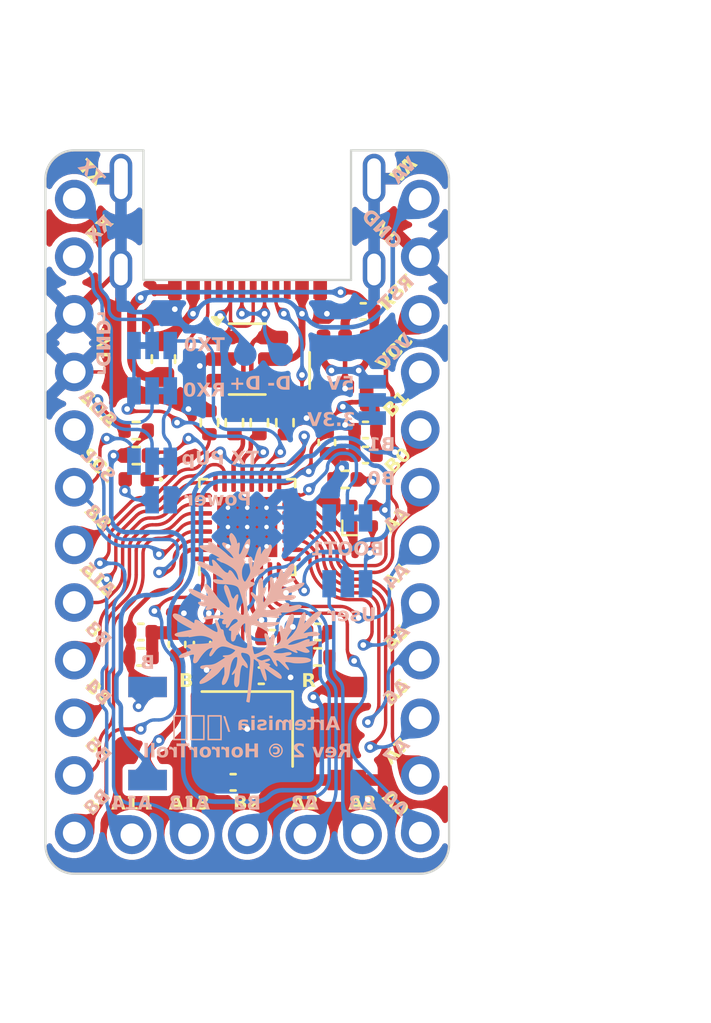
<source format=kicad_pcb>
(kicad_pcb (version 20240108) (generator "pcbnew") (generator_version "8.0")
  (title_block (title "Artemisia") (date "2024-04-25") (rev "2") (comment 1 "Copyright © 2024 HorrorTroll") (comment 2 "GPL2 License"))
  (layers (0 "F.Cu" signal) (31 "B.Cu" signal) (34 "B.Paste" user) (35 "F.Paste" user) (36 "B.SilkS" user "B.Silkscreen") (37 "F.SilkS" user "F.Silkscreen") (38 "B.Mask" user) (39 "F.Mask" user) (44 "Edge.Cuts" user))
  (net 0 "")
  (net 1 "GND")
  (net 2 "XTAL1")
  (net 3 "NRST")
  (net 4 "+5V")
  (net 5 "/DM")
  (net 6 "/DP")
  (net 7 "XTAL2")
  (net 8 "D-")
  (net 9 "D+")
  (net 10 "+3V3")
  (net 11 "BOOT0")
  (net 14 "USART2_TX{slash}A2")
  (net 15 "I2C1_SDA{slash}B7")
  (net 16 "I2C1_SCL{slash}B6")
  (net 17 "BOOT1{slash}B2")
  (net 18 "USART1_RX{slash}A10")
  (net 19 "A15")
  (net 20 "B3")
  (net 21 "B4")
  (net 22 "B5")
  (net 23 "SWCLK{slash}A14")
  (net 24 "SWDIO{slash}A13")
  (net 25 "B8")
  (net 26 "A8")
  (net 27 "B1")
  (net 28 "B0")
  (net 29 "A4")
  (net 30 "A1")
  (net 31 "A0")
  (net 32 "SPI1_SCK{slash}A5")
  (net 33 "SPI1_MISO{slash}A6")
  (net 34 "SPI1_MOSI{slash}A7")
  (net 35 "VBUS")
  (net 36 "/RST")
  (net 37 "Net-(USB1-CC1)")
  (net 38 "Net-(USB1-CC2)")
  (net 40 "Net-(D1-A)")
  (net 41 "B2")
  (net 42 "Net-(JP2-A)")
  (net 43 "D1")
  (net 44 "USART2_RX")
  (net 45 "Net-(JP1-A)")
  (net 46 "A3")
  (net 49 "D0")
  (net 50 "USART1_TX{slash}A9")
  (net 51 "Net-(JP4-C)")
  (net 52 "VCC")
  (net 53 "Net-(JP5-B)")
  (footprint "Capacitor_SMD:C_0402_1005Metric" (layer "F.Cu") (at 8.27 27.85)
    (property "Reference" "C1" (hide yes))
    (property "Value" "22p")
  )
  (footprint "Resistor_SMD:R_0402_1005Metric" (layer "F.Cu") (at 4 12.35)
    (property "Reference" "R8" (hide yes))
    (property "Value" "10k")
  )
  (footprint "Resistor_SMD:R_0402_1005Metric" (layer "F.Cu") (at 13.2 14.5 180)
    (property "Reference" "R7" (hide yes))
    (property "Value" "10k")
  )
  (footprint "Capacitor_SMD:C_0402_1005Metric" (layer "F.Cu") (at 10 21.5 180)
    (property "Reference" "C5" (hide yes))
    (property "Value" "100n")
  )
  (footprint "Package_TO_SOT_SMD:SOT-23-6" (layer "F.Cu") (at 8.89 9.2)
    (property "Reference" "ESD1" (hide yes))
    (property "Value" "SRV05-4")
  )
  (footprint "Capacitor_SMD:C_0402_1005Metric" (layer "F.Cu") (at 14 7.1)
    (property "Reference" "C8" (hide yes))
    (property "Value" "10u")
  )
  (footprint "Resistor_SMD:R_0402_1005Metric" (layer "F.Cu") (at 4.21 22.325 180)
    (property "Reference" "R6" (hide yes))
    (property "Value" "10k")
  )
  (footprint "Capacitor_SMD:C_0402_1005Metric" (layer "F.Cu") (at 14.1 12.325 180)
    (property "Reference" "C9" (hide yes))
    (property "Value" "10u")
  )
  (footprint "Capacitor_SMD:C_0402_1005Metric" (layer "F.Cu") (at 12.4 12.875 90)
    (property "Reference" "C4" (hide yes))
    (property "Value" "100n")
  )
  (footprint "HorrorTroll_lib:USB-C-C168688" (layer "F.Cu") (at 8.903 -0.849526)
    (property "Reference" "USB1" (hide yes))
    (property "Value" "USB-C")
  )
  (footprint "Capacitor_SMD:C_0402_1005Metric" (layer "F.Cu") (at 4.21 21.225 180)
    (property "Reference" "C11" (hide yes))
    (property "Value" "100n")
  )
  (footprint "HorrorTroll_lib:Pinouts_Holes_01x05" (layer "F.Cu") (at 3.81 30.1625 90)
    (property "Reference" "J3" (hide yes))
    (property "Value" "Conn_01x05" (hide yes))
  )
  (footprint "Resistor_SMD:R_0402_1005Metric" (layer "F.Cu") (at 12 22.325)
    (property "Reference" "R11" (hide yes))
    (property "Value" "100R")
  )
  (footprint "HorrorTroll_lib:SW_SPST_Little_Turtle_2P_no_silk_reversible" (layer "F.Cu") (at 4.5 25.7 -90)
    (property "Reference" "SW2" (hide yes))
    (property "Value" "BOOT0")
  )
  (footprint "Artery_MCU:QFN-32_4x4mm_ThermalVias" (layer "F.Cu") (at 8.89 16.6 90)
    (property "Reference" "U1" (hide yes))
    (property "Value" "AT32F415KxU7-4" (hide yes))
  )
  (footprint "HorrorTroll_lib:SOT-23-5_custom" (layer "F.Cu") (at 13.2 9.7 -90)
    (property "Reference" "RG1" (hide yes))
    (property "Value" "XC6220B331MR")
  )
  (footprint "Fuse:Fuse_0603_1608Metric" (layer "F.Cu") (at 5.2 9.2 -90)
    (property "Reference" "F1" (hide yes))
    (property "Value" "1000mA")
  )
  (footprint "HorrorTroll_lib:SW_SPST_Little_Turtle_2P_no_silk" (layer "F.Cu") (at 13.28 25.7 -90)
    (property "Reference" "SW1" (hide yes))
    (property "Value" "RESET")
  )
  (footprint "Capacitor_SMD:C_0402_1005Metric" (layer "F.Cu") (at 5.8 21.775 -90)
    (property "Reference" "C3" (hide yes))
    (property "Value" "100n")
  )
  (footprint "Capacitor_SMD:C_0402_1005Metric" (layer "F.Cu") (at 9.51 23.15)
    (property "Reference" "C7" (hide yes))
    (property "Value" "22p")
  )
  (footprint "HorrorTroll_lib:LED_SK6805_EC15_1.5x1.5mm" (layer "F.Cu") (at 13.95 16.1 90)
    (property "Reference" "LED1" (hide yes))
    (property "Value" "SK6805-EC15" (hide yes))
  )
  (footprint "Capacitor_SMD:C_0402_1005Metric" (layer "F.Cu") (at 14.1 13.425)
    (property "Reference" "C2" (hide yes))
    (property "Value" "4.7u")
  )
  (footprint "Capacitor_SMD:C_0402_1005Metric" (layer "F.Cu") (at 6.9 21.775 90)
    (property "Reference" "C6" (hide yes))
    (property "Value" "1u")
  )
  (footprint "Crystal:Crystal_SMD_3225-4Pin_3.2x2.5mm" (layer "F.Cu") (at 8.89 25.5 180)
    (property "Reference" "Y1" (hide yes))
    (property "Value" "12MHz")
  )
  (footprint "Resistor_SMD:R_0402_1005Metric" (layer "F.Cu") (at 8.325 12 90)
    (property "Reference" "R1" (hide yes))
    (property "Value" "22R")
  )
  (footprint "Capacitor_SMD:C_0402_1005Metric" (layer "F.Cu") (at 12 21.225)
    (property "Reference" "C10" (hide yes))
    (property "Value" "100n")
  )
  (footprint "Resistor_SMD:R_0402_1005Metric" (layer "F.Cu") (at 7.225 12 -90)
    (property "Reference" "R4" (hide yes))
    (property "Value" "5.1k")
  )
  (footprint "LED_SMD:LED_0402_1005Metric" (layer "F.Cu") (at 4 14.5 180)
    (property "Reference" "D1" (hide yes))
    (property "Value" "Power_LED")
  )
  (footprint "Resistor_SMD:R_0402_1005Metric" (layer "F.Cu") (at 9.425 12 90)
    (property "Reference" "R2" (hide yes))
    (property "Value" "22R")
  )
  (footprint "Resistor_SMD:R_0402_1005Metric" (layer "F.Cu") (at 10.55 12 90)
    (property "Reference" "R3" (hide yes))
    (property "Value" "5.1k")
  )
  (footprint "HorrorTroll_lib:Pinouts_Holes_01x12_flip" (layer "F.Cu") (at 1.27 2.1463)
    (property "Reference" "J1" (hide yes))
    (property "Value" "Conn_01x12" (hide yes))
  )
  (footprint "Resistor_SMD:R_0402_1005Metric" (layer "F.Cu") (at 4 13.45)
    (property "Reference" "R5" (hide yes))
    (property "Value" "5.1k")
  )
  (footprint "HorrorTroll_lib:Artemisia_silkscreen_new" (layer "B.Cu") (at 8.89 20.6 180)
    (property "Reference" "G***" (hide yes))
    (property "Value" "LOGO" (hide yes))
  )
  (footprint "HorrorTroll_lib:TestPoint_Pad_D1.0mm_no_silk" (layer "B.Cu") (at 8.8 9 180)
    (property "Reference" "TP2" (hide yes))
    (property "Value" "DP")
  )
  (footprint "HorrorTroll_lib:Pinouts_Holes_01x12" (layer "B.Cu") (at 16.51 2.1463 180)
    (property "Reference" "J2" (hide yes))
    (property "Value" "Conn_01x12" (hide yes))
  )
  (footprint "HorrorTroll_lib:SolderJumper-3_Open_Small" (layer "B.Cu") (at 13.3 19.1)
    (property "Reference" "JP5" (hide yes))
    (property "Value" "Jumper_LED2")
  )
  (footprint "HorrorTroll_lib:SolderJumper-3_Bridged_12_Small" (layer "B.Cu") (at 14.4 11 90)
    (property "Reference" "JP7" (hide yes))
    (property "Value" "Jumper_VCC")
  )
  (footprint "HorrorTroll_lib:SolderJumper-3_Bridged_12_Small" (layer "B.Cu") (at 13.3 16.2 180)
    (property "Reference" "JP2" (hide yes))
    (property "Value" "Jumper_BOOT")
  )
  (footprint "HorrorTroll_lib:TestPoint_Pad_D1.0mm_no_silk" (layer "B.Cu") (at 10.4 9 180)
    (property "Reference" "TP1" (hide yes))
    (property "Value" "DM")
  )
  (footprint "HorrorTroll_lib:SolderJumper-3_Bridged_12_Small" (layer "B.Cu") (at 4.7 13.7 180)
    (property "Reference" "JP4" (hide yes))
    (property "Value" "Jumper_TX")
  )
  (footprint "HorrorTroll_lib:SolderJumper-3_Bridged_12_Small" (layer "B.Cu") (at 4.7 10.6 180)
    (property "Reference" "JP6" (hide yes))
    (property "Value" "Jumper_D1")
  )
  (footprint "HorrorTroll_lib:SolderJumper-3_Bridged_23_Small" (layer "B.Cu") (at 4.7 8.6 180)
    (property "Reference" "JP3" (hide yes))
    (property "Value" "Jumper_D0")
  )
  (footprint "HorrorTroll_lib:SolderJumper-2_Open_Small" (layer "B.Cu") (at 5.1 15.4 180)
    (property "Reference" "JP1" (hide yes))
    (property "Value" "Jumper_LED" (hide yes))
  )
  (gr_line (start 2.35 7.2) (end 2.575 7.2) (stroke (width 0.12)) (layer "B.SilkS"))
  (gr_line (start 2.6 9.8) (end 2.35 9.8) (stroke (width 0.12)) (layer "B.SilkS"))
  (gr_line (start 2.6 9.575) (end 2.6 9.8) (stroke (width 0.12)) (layer "B.SilkS"))
  (gr_line (start 2.575 7.2) (end 2.575 7.45) (stroke (width 0.12)) (layer "B.SilkS"))
  (gr_line (start 2.6 9.575) (end 2.6 9.8) (stroke (width 0.12)) (layer "F.SilkS"))
  (gr_line (start 2.35 7.2) (end 2.575 7.2) (stroke (width 0.12)) (layer "F.SilkS"))
  (gr_line (start 2.6 9.8) (end 2.35 9.8) (stroke (width 0.12)) (layer "F.SilkS"))
  (gr_line (start 2.575 7.2) (end 2.575 7.45) (stroke (width 0.12)) (layer "F.SilkS"))
  (gr_line (start 0 1.27) (end 0 30.607) (stroke (width 0.1)) (layer "Edge.Cuts"))
  (gr_arc (start 16.51 0) (mid 17.408025 0.371974) (end 17.78 1.27) (stroke (width 0.1)) (layer "Edge.Cuts"))
  (gr_line (start 13.462 5.7116) (end 4.318 5.7116) (stroke (width 0.1)) (layer "Edge.Cuts"))
  (gr_arc (start 1.27 31.877) (mid 0.371973 31.505026) (end 0 30.607) (stroke (width 0.1)) (layer "Edge.Cuts"))
  (gr_arc (start 0 1.27) (mid 0.371974 0.371975) (end 1.27 0) (stroke (width 0.1)) (layer "Edge.Cuts"))
  (gr_line (start 17.78 1.27) (end 17.78 30.607) (stroke (width 0.1)) (layer "Edge.Cuts"))
  (gr_line (start 4.318 5.7116) (end 4.318 0) (stroke (width 0.1)) (layer "Edge.Cuts"))
  (gr_line (start 13.462 0) (end 16.51 0) (stroke (width 0.1)) (layer "Edge.Cuts"))
  (gr_line (start 1.27 0) (end 4.318 0) (stroke (width 0.1)) (layer "Edge.Cuts"))
  (gr_line (start 1.27 31.877) (end 16.51 31.877) (stroke (width 0.1)) (layer "Edge.Cuts"))
  (gr_line (start 13.462 0) (end 13.462 5.7116) (stroke (width 0.1)) (layer "Edge.Cuts"))
  (gr_arc (start 17.78 30.607) (mid 17.408024 31.505023) (end 16.51 31.877) (stroke (width 0.1)) (layer "Edge.Cuts"))
  (gr_text "GND" (at 2.5 8.5 270) (layer "B.SilkS") (effects (font (size 0.6 0.6) (thickness 0.12) (bold yes)) (justify mirror)))
  (gr_text "B4" (at 2.3 23.9 315) (layer "B.SilkS") (effects (font (size 0.6 0.6) (thickness 0.12) (bold yes)) (justify mirror)))
  (gr_text "A5" (at 15.48 21.5 45) (layer "B.SilkS") (effects (font (size 0.6 0.6) (thickness 0.12) (bold yes)) (justify mirror)))
  (gr_text "TX" (at 2 1 315) (layer "B.SilkS") (effects (font (size 0.6 0.6) (thickness 0.12) (bold yes)) (justify mirror)))
  (gr_text "B" (at 4.5 22.6 0) (layer "B.SilkS") (effects (font (size 0.6 0.6) (thickness 0.12) (bold yes)) (justify mirror)))
  (gr_text "3.3V" (at 12.6 11.9 0) (layer "B.SilkS") (effects (font (size 0.6 0.6) (thickness 0.12) (bold yes)) (justify mirror)))
  (gr_text "Power" (at 7.6 15.4 0) (layer "B.SilkS") (effects (font (size 0.6 0.6) (thickness 0.12) (bold yes)) (justify mirror)))
  (gr_text "A14" (at 3.8 28.8 0) (layer "B.SilkS") (effects (font (size 0.6 0.6) (thickness 0.12) (bold yes)) (justify mirror)))
  (gr_text "A7" (at 15.48 26.5 45) (layer "B.SilkS") (effects (font (size 0.6 0.6) (thickness 0.12) (bold yes)) (justify mirror)))
  (gr_text "BOOT1" (at 13.3 17.6 0) (layer "B.SilkS") (effects (font (size 0.6 0.6) (thickness 0.12) (bold yes)) (justify mirror)))
  (gr_text "A13" (at 6.34 28.8 0) (layer "B.SilkS") (effects (font (size 0.6 0.6) (thickness 0.12) (bold yes)) (justify mirror)))
  (gr_text "A8" (at 2.3 16.2 315) (layer "B.SilkS") (effects (font (size 0.6 0.6) (thickness 0.12) (bold yes)) (justify mirror)))
  (gr_text "Artemisia /" (at 10.41 25.3 0) (layer "B.SilkS") (effects (font (size 0.6 0.6) (thickness 0.12) (bold yes)) (justify mirror)))
  (gr_text "TX0" (at 7 8.6 0) (layer "B.SilkS") (effects (font (size 0.6 0.6) (thickness 0.12) (bold yes)) (justify mirror)))
  (gr_text "SDA" (at 2.3 11.4 315) (layer "B.SilkS") (effects (font (size 0.6 0.6) (thickness 0.12) (bold yes)) (justify mirror)))
  (gr_text "RX0" (at 7 10.6 0) (layer "B.SilkS") (effects (font (size 0.6 0.6) (thickness 0.12) (bold yes)) (justify mirror)))
  (gr_text "B2" (at 8.88 28.8 0) (layer "B.SilkS") (effects (font (size 0.6 0.6) (thickness 0.12) (bold yes)) (justify mirror)))
  (gr_text "A3" (at 13.96 28.8 0) (layer "B.SilkS") (effects (font (size 0.6 0.6) (thickness 0.12) (bold yes)) (justify mirror)))
  (gr_text "RX" (at 2.4 3.5 45) (layer "B.SilkS") (effects (font (size 0.6 0.6) (thickness 0.12) (bold yes)) (justify mirror)))
  (gr_text "SCL" (at 2.3 13.9 315) (layer "B.SilkS") (effects (font (size 0.6 0.6) (thickness 0.12) (bold yes)) (justify mirror)))
  (gr_text "D+" (at 8.8 10.3 0) (layer "B.SilkS") (effects (font (size 0.6 0.6) (thickness 0.12) (bold yes)) (justify mirror)))
  (gr_text "B3" (at 2.3 21.35 315) (layer "B.SilkS") (effects (font (size 0.6 0.6) (thickness 0.12) (bold yes)) (justify mirror)))
  (gr_text "B0" (at 14.8 14.5 0) (layer "B.SilkS") (effects (font (size 0.6 0.6) (thickness 0.12) (bold yes)) (justify mirror)))
  (gr_text "D-" (at 10.3 10.3 0) (layer "B.SilkS") (effects (font (size 0.6 0.6) (thickness 0.12) (bold yes)) (justify mirror)))
  (gr_text "VA" (at 15.8 0.9 45) (layer "B.SilkS") (effects (font (size 0.6 0.6) (thickness 0.12) (bold yes)) (justify mirror)))
  (gr_text "VCC" (at 15.4 8.9 45) (layer "B.SilkS") (effects (font (size 0.6 0.6) (thickness 0.12) (bold yes)) (justify mirror)))
  (gr_text "User" (at 13.5 20.5 0) (layer "B.SilkS") (effects (font (size 0.6 0.6) (thickness 0.12) (bold yes)) (justify mirror)))
  (gr_text "B8" (at 2.3 28.75 45) (layer "B.SilkS") (effects (font (size 0.6 0.6) (thickness 0.12) (bold yes)) (justify mirror)))
  (gr_text "TX PUp" (at 7.7 13.6 0) (layer "B.SilkS") (effects (font (size 0.6 0.6) (thickness 0.12) (bold yes)) (justify mirror)))
  (gr_text "A15" (at 2.3 18.95 315) (layer "B.SilkS") (effects (font (size 0.6 0.6) (thickness 0.12) (bold yes)) (justify mirror)))
  (gr_text "5V" (at 13 10.299999 0) (layer "B.SilkS") (effects (font (size 0.6 0.6) (thickness 0.12) (bold yes)) (justify mirror)))
  (gr_text "B1" (at 14.8 13 0) (layer "B.SilkS") (effects (font (size 0.6 0.6) (thickness 0.12) (bold yes)) (justify mirror)))
  (gr_text "Rev 2 © HorrorTroll" (at 8.9 26.5 0) (layer "B.SilkS") (effects (font (size 0.6 0.6) (thickness 0.12) (bold yes)) (justify mirror)))
  (gr_text "B5" (at 2.3 26.45 315) (layer "B.SilkS") (effects (font (size 0.6 0.6) (thickness 0.12) (bold yes)) (justify mirror)))
  (gr_text "A2" (at 11.42 28.8 0) (layer "B.SilkS") (effects (font (size 0.6 0.6) (thickness 0.12) (bold yes)) (justify mirror)))
  (gr_text "ヨモギ" (at 6.7 25.4 0) (layer "B.SilkS") (effects (font (size 0.9 0.9) (thickness 0.15) (bold yes)) (justify mirror)))
  (gr_text "A1" (at 15.48 16.3 45) (layer "B.SilkS") (effects (font (size 0.6 0.6) (thickness 0.12) (bold yes)) (justify mirror)))
  (gr_text "A6" (at 15.48 23.9 45) (layer "B.SilkS") (effects (font (size 0.6 0.6) (thickness 0.12) (bold yes)) (justify mirror)))
  (gr_text "GND" (at 14.8 3.5 -45) (layer "B.SilkS") (effects (font (size 0.6 0.6) (thickness 0.12) (bold yes)) (justify mirror)))
  (gr_text "A0" (at 15.4 28.8 315) (layer "B.SilkS") (effects (font (size 0.6 0.6) (thickness 0.12) (bold yes)) (justify mirror)))
  (gr_text "A4" (at 15.48 18.8 45) (layer "B.SilkS") (effects (font (size 0.6 0.6) (thickness 0.12) (bold yes)) (justify mirror)))
  (gr_text "RST" (at 15.48 6.3 45) (layer "B.SilkS") (effects (font (size 0.6 0.6) (thickness 0.12) (bold yes)) (justify mirror)))
  (gr_text "VCC" (at 15.4 8.9 45) (layer "F.SilkS") (effects (font (size 0.6 0.6) (thickness 0.12) (bold yes))))
  (gr_text "SDA" (at 2.3 11.4 315) (layer "F.SilkS") (effects (font (size 0.6 0.6) (thickness 0.12) (bold yes))))
  (gr_text "B0" (at 15.55 13.7 45) (layer "F.SilkS") (effects (font (size 0.6 0.6) (thickness 0.12) (bold yes))))
  (gr_text "RX" (at 2.4 3.5 45) (layer "F.SilkS") (effects (font (size 0.6 0.6) (thickness 0.12) (bold yes))))
  (gr_text "B8" (at 2.3 28.75 45) (layer "F.SilkS") (effects (font (size 0.6 0.6) (thickness 0.12) (bold yes))))
  (gr_text "B2" (at 8.88 28.8 0) (layer "F.SilkS") (effects (font (size 0.6 0.6) (thickness 0.12) (bold yes))))
  (gr_text "VA" (at 15.8 0.9 45) (layer "F.SilkS") (effects (font (size 0.6 0.6) (thickness 0.12) (bold yes))))
  (gr_text "A2" (at 11.42 28.8 0) (layer "F.SilkS") (effects (font (size 0.6 0.6) (thickness 0.12) (bold yes))))
  (gr_text "A0" (at 15.4 28.8 -45) (layer "F.SilkS") (effects (font (size 0.6 0.6) (thickness 0.12) (bold yes))))
  (gr_text "GND" (at 2.5 8.5 270) (layer "F.SilkS") (effects (font (size 0.6 0.6) (thickness 0.12) (bold yes))))
  (gr_text "A13" (at 6.34 28.8 0) (layer "F.SilkS") (effects (font (size 0.6 0.6) (thickness 0.12) (bold yes))))
  (gr_text "A7" (at 15.48 26.5 45) (layer "F.SilkS") (effects (font (size 0.6 0.6) (thickness 0.12) (bold yes))))
  (gr_text "TX" (at 2 1 315) (layer "F.SilkS") (effects (font (size 0.6 0.6) (thickness 0.12) (bold yes))))
  (gr_text "A5" (at 15.48 21.5 45) (layer "F.SilkS") (effects (font (size 0.6 0.6) (thickness 0.12) (bold yes))))
  (gr_text "A3" (at 13.96 28.8 0) (layer "F.SilkS") (effects (font (size 0.6 0.6) (thickness 0.12) (bold yes))))
  (gr_text "A15" (at 2.3 18.95 315) (layer "F.SilkS") (effects (font (size 0.6 0.6) (thickness 0.12) (bold yes))))
  (gr_text "GND" (at 14.8 3.5 -45) (layer "F.SilkS") (effects (font (size 0.6 0.6) (thickness 0.12) (bold yes))))
  (gr_text "B3" (at 2.3 21.35 315) (layer "F.SilkS") (effects (font (size 0.6 0.6) (thickness 0.12) (bold yes))))
  (gr_text "B5" (at 2.3 26.45 315) (layer "F.SilkS") (effects (font (size 0.6 0.6) (thickness 0.12) (bold yes))))
  (gr_text "A14" (at 3.8 28.8 0) (layer "F.SilkS") (effects (font (size 0.6 0.6) (thickness 0.12) (bold yes))))
  (gr_text "A1" (at 15.48 16.3 45) (layer "F.SilkS") (effects (font (size 0.6 0.6) (thickness 0.12) (bold yes))))
  (gr_text "B" (at 6.2 23.4 0) (layer "F.SilkS") (effects (font (size 0.6 0.6) (thickness 0.12) (bold yes))))
  (gr_text "A6" (at 15.48 23.9 45) (layer "F.SilkS") (effects (font (size 0.6 0.6) (thickness 0.12) (bold yes))))
  (gr_text "R" (at 11.6 23.4 0) (layer "F.SilkS") (effects (font (size 0.6 0.6) (thickness 0.12) (bold yes))))
  (gr_text "RST" (at 15.48 6.3 45) (layer "F.SilkS") (effects (font (size 0.6 0.6) (thickness 0.12) (bold yes))))
  (gr_text "B4" (at 2.3 23.9 315) (layer "F.SilkS") (effects (font (size 0.6 0.6) (thickness 0.12) (bold yes))))
  (gr_text "A4" (at 15.48 18.8 45) (layer "F.SilkS") (effects (font (size 0.6 0.6) (thickness 0.12) (bold yes))))
  (gr_text "A8" (at 2.3 16.2 315) (layer "F.SilkS") (effects (font (size 0.6 0.6) (thickness 0.12) (bold yes))))
  (gr_text "SCL" (at 2.3 13.9 315) (layer "F.SilkS") (effects (font (size 0.6 0.6) (thickness 0.12) (bold yes))))
  (gr_text "B1" (at 15.48 11.2 45) (layer "F.SilkS") (effects (font (size 0.6 0.6) (thickness 0.12) (bold yes))))
  (segment (start 12.4 13.355) (end 12.405 13.355) (width 0.3) (layer "F.Cu") (net 1))
  (segment (start 12.4 7.2) (end 13.42 7.2) (width 0.4) (layer "F.Cu") (net 1))
  (segment (start 5.73 21.225) (end 5.8 21.295) (width 0.3) (layer "F.Cu") (net 1))
  (segment (start 5.8 20.844975) (end 5.8 21.295) (width 0.3) (layer "F.Cu") (net 1))
  (segment (start 6.3 11.4) (end 6.046446 11.146446) (width 0.15) (layer "F.Cu") (net 1))
  (segment (start 4.007107 10.707107) (end 3.578863 10.278863) (width 0.15) (layer "F.Cu") (net 1))
  (segment (start 9.99 27.373604) (end 9.99 26.35) (width 0.3) (layer "F.Cu") (net 1))
  (segment (start 12.4 13.355) (end 13.55 13.355) (width 0.3) (layer "F.Cu") (net 1))
  (segment (start 4.69 22.295) (end 4.72 22.325) (width 0.3) (layer "F.Cu") (net 1))
  (segment (start 11.146447 12.05) (end 11.113553 12.05) (width 0.2) (layer "F.Cu") (net 1))
  (segment (start 12.69 14.36) (end 13.05 14) (width 0.3) (layer "F.Cu") (net 1))
  (segment (start 9.99 26.35) (end 9.74 26.35) (width 0.2) (layer "F.Cu") (net 1))
  (segment (start 6.517158 12.017158) (end 7.01 12.51) (width 0.15) (layer "F.Cu") (net 1))
  (segment (start 5.692893 11) (end 4.714214 11) (width 0.15) (layer "F.Cu") (net 1))
  (segment (start 12.69 14.5) (end 12.69 14.36) (width 0.3) (layer "F.Cu") (net 1))
  (segment (start 7.7525 9.2) (end 7.307107 9.2) (width 0.4) (layer "F.Cu") (net 1))
  (segment (start 13.2 10.3) (end 13.2 10.5) (width 0.2) (layer "F.Cu") (net 1))
  (segment (start 6.953553 22.308553) (end 6.9 22.255) (width 0.3) (layer "F.Cu") (net 1))
  (segment (start 7.79 24.65) (end 8.04 24.65) (width 0.2) (layer "F.Cu") (net 1))
  (segment (start 2.341426 9.7663) (end 1.27 9.7663) (width 0.15) (layer "F.Cu") (net 1))
  (segment (start 3.328 5.250474) (end 3.2368 5.250474) (width 0.2) (layer "F.Cu") (net 1))
  (segment (start 13.167347 16.55) (end 13.5 16.55) (width 0.2) (layer "F.Cu") (net 1))
  (segment (start 12.821802 16.390851) (end 12.849149 16.418198) (width 0.2) (layer "F.Cu") (net 1))
  (segment (start 4.69 21.225) (end 4.69 22.295) (width 0.3) (layer "F.Cu") (net 1))
  (segment (start 12.405 13.355) (end 13.05 14) (width 0.3) (layer "F.Cu") (net 1))
  (segment (start 3.328 5.250474) (end 3.245826 5.250474) (width 0.2) (layer "F.Cu") (net 1))
  (segment (start 6.420779 13.5) (end 6.335895 13.5) (width 0.15) (layer "F.Cu") (net 1))
  (segment (start 13.497513 12.202513) (end 13.62 12.325) (width 0.3) (layer "F.Cu") (net 1))
  (segment (start 13.2 12.1) (end 13.250025 12.1) (width 0.3) (layer "F.Cu") (net 1))
  (segment (start 9.513604 27.85) (end 8.75 27.85) (width 0.3) (layer "F.Cu") (net 1))
  (segment (start 13.2 8.5625) (end 13.2 10.3) (width 0.2) (layer "F.Cu") (net 1))
  (segment (start 6.3 11.4) (end 6.312132 11.412132) (width 0.15) (layer "F.Cu") (net 1))
  (segment (start 9.831802 27.718198) (end 9.858198 27.691802) (width 0.3) (layer "F.Cu") (net 1))
  (segment (start 6.990685 13.261465) (end 6.986464 13.265686) (width 0.15) (layer "F.Cu") (net 1))
  (segment (start 13.2 7.627107) (end 13.2 8.5625) (width 0.4) (layer "F.Cu") (net 1))
  (segment (start 4.921682 14.5) (end 4.485 14.5) (width 0.15) (layer "F.Cu") (net 1))
  (segment (start 13.55 13.355) (end 13.62 13.425) (width 0.3) (layer "F.Cu") (net 1))
  (segment (start 11.5 11.8) (end 11.323223 11.976777) (width 0.2) (layer "F.Cu") (net 1))
  (segment (start 13.42 7.2) (end 13.52 7.1) (width 0.4) (layer "F.Cu") (net 1))
  (segment (start 12.249447 7.049447) (end 12.4 7.2) (width 0.4) (layer "F.Cu") (net 1))
  (segment (start 10.936776 12.123224) (end 10.55 12.51) (width 0.2) (layer "F.Cu") (net 1))
  (segment (start 7.01 12.51) (end 7.225 12.51) (width 0.15) (layer "F.Cu") (net 1))
  (segment (start 4.69 21.225) (end 5.73 21.225) (width 0.3) (layer "F.Cu") (net 1))
  (segment (start 7.1 22.662107) (end 7.1 22.9) (width 0.3) (layer "F.Cu") (net 1))
  (segment (start 7.225 12.51) (end 7.225 12.695779) (width 0.15) (layer "F.Cu") (net 1))
  (segment (start 10.065 23.225) (end 9.99 23.15) (width 0.2) (layer "F.Cu") (net 1))
  (segment (start 5.982341 13.646447) (end 5.275236 14.353553) (width 0.15) (layer "F.Cu") (net 1))
  (segment (start 10.48 21.5) (end 10.48 21.42) (width 0.4) (layer "F.Cu") (net 1))
  (segment (start 12.69 14.5) (end 12.69 16.072653) (width 0.2) (layer "F.Cu") (net 1))
  (segment (start 5.902513 20.597487) (end 6.1 20.4) (width 0.3) (layer "F.Cu") (net 1))
  (segment (start 13.62 13.425) (end 13.62 12.325) (width 0.3) (layer "F.Cu") (net 1))
  (segment (start 12.103 6.150474) (end 12.103 6.695893) (width 0.4) (layer "F.Cu") (net 1))
  (segment (start 11.051776 21.151776) (end 10.9 21) (width 0.4) (layer "F.Cu") (net 1))
  (segment (start 3.245826 5.250474) (end 1.27 7.2263) (width 0.2) (layer "F.Cu") (net 1))
  (segment (start 11.52 21.225) (end 11.228553 21.225) (width 0.4) (layer "F.Cu") (net 1))
  (segment (start 9.74 26.35) (end 8.89 25.5) (width 0.2) (layer "F.Cu") (net 1))
  (segment (start 13.52 7.1) (end 13.346446 7.273554) (width 0.4) (layer "F.Cu") (net 1))
  (segment (start 6.953553 9.346447) (end 6.8 9.5) (width 0.4) (layer "F.Cu") (net 1))
  (segment (start 8.04 24.65) (end 8.89 25.5) (width 0.2) (layer "F.Cu") (net 1))
  (segment (start 10.8 23.225) (end 10.065 23.225) (width 0.2) (layer "F.Cu") (net 1))
  (segment (start 6.4 11.624264) (end 6.4 11.734315) (width 0.15) (layer "F.Cu") (net 1))
  (segment (start 10.48 21.42) (end 10.9 21) (width 0.4) (layer "F.Cu") (net 1))
  (via (at 8.89 25.5) (size 0.5) (drill 0.25) (layers "F.Cu" "B.Cu") (net 1))
  (via (at 6.1 20.4) (size 0.5) (drill 0.25) (layers "F.Cu" "B.Cu") (net 1))
  (via (at 12.4 7.2) (size 0.5) (drill 0.25) (layers "F.Cu" "B.Cu") (net 1))
  (via (at 5.7 7) (size 0.5) (drill 0.25) (layers "F.Cu" "B.Cu") (net 1))
  (via (at 13.2 10.5) (size 0.5) (drill 0.25) (layers "F.Cu" "B.Cu") (net 1))
  (via (at 14.2 28.6) (size 0.5) (drill 0.25) (layers "F.Cu" "B.Cu") (net 1))
  (via (at 6.3 11.4) (size 0.5) (drill 0.25) (layers "F.Cu" "B.Cu") (net 1))
  (via (at 7.1 22.9) (size 0.5) (drill 0.25) (layers "F.Cu" "B.Cu") (net 1))
  (via (at 10.9 21) (size 0.5) (drill 0.25) (layers "F.Cu" "B.Cu") (net 1))
  (via (at 13.05 14) (size 0.5) (drill 0.25) (layers "F.Cu" "B.Cu") (net 1))
  (via (at 11.5 11.8) (size 0.5) (drill 0.25) (layers "F.Cu" "B.Cu") (net 1))
  (via (at 10.8 23.225) (size 0.5) (drill 0.25) (layers "F.Cu" "B.Cu") (net 1))
  (via (at 6.8 9.5) (size 0.5) (drill 0.25) (layers "F.Cu" "B.Cu") (net 1))
  (via (at 13.2 12.1) (size 0.5) (drill 0.25) (layers "F.Cu" "B.Cu") (net 1))
  (arc (start 3.578863 10.278863) (mid 3.011122 9.899511) (end 2.341426 9.7663) (width 0.15) (layer "F.Cu") (net 1))
  (arc (start 13.167347 16.55) (mid 12.995139 16.515746) (end 12.849149 16.418198) (width 0.2) (layer "F.Cu") (net 1))
  (arc (start 6.312132 11.412132) (mid 6.377164 11.509459) (end 6.4 11.624264) (width 0.15) (layer "F.Cu") (net 1))
  (arc (start 6.517158 12.017158) (mid 6.430449 11.887389) (end 6.4 11.734315) (width 0.15) (layer "F.Cu") (net 1))
  (arc (start 6.046446 11.146446) (mid 5.884234 11.03806) (end 5.692893 11) (width 0.15) (layer "F.Cu") (net 1))
  (arc (start 11.146447 12.05) (mid 11.242118 12.03097) (end 11.323223 11.976777) (width 0.2) (layer "F.Cu") (net 1))
  (arc (start 12.821802 16.390851) (mid 12.724254 16.244861) (end 12.69 16.072653) (width 0.2) (layer "F.Cu") (net 1))
  (arc (start 11.051776 21.151776) (mid 11.132882 21.205969) (end 11.228553 21.225) (width 0.4) (layer "F.Cu") (net 1))
  (arc (start 11.113553 12.05) (mid 11.017882 12.06903) (end 10.936776 12.123224) (width 0.2) (layer "F.Cu") (net 1))
  (arc (start 13.2 7.627107) (mid 13.23806 7.435766) (end 13.346446 7.273554) (width 0.4) (layer "F.Cu") (net 1))
  (arc (start 7.1 22.662107) (mid 7.06194 22.470765) (end 6.953553 22.308553) (width 0.3) (layer "F.Cu") (net 1))
  (arc (start 5.982341 13.646447) (mid 6.144553 13.53806) (end 6.335895 13.5) (width 0.15) (layer "F.Cu") (net 1))
  (arc (start 6.953553 9.346447) (mid 7.115765 9.23806) (end 7.307107 9.2) (width 0.4) (layer "F.Cu") (net 1))
  (arc (start 5.275236 14.353553) (mid 5.113024 14.46194) (end 4.921682 14.5) (width 0.15) (layer "F.Cu") (net 1))
  (arc (start 7.225 12.695779) (mid 7.164103 13.001926) (end 6.990685 13.261465) (width 0.15) (layer "F.Cu") (net 1))
  (arc (start 6.986464 13.265686) (mid 6.726925 13.439104) (end 6.420779 13.5) (width 0.15) (layer "F.Cu") (net 1))
  (arc (start 12.249447 7.049447) (mid 12.14106 6.887235) (end 12.103 6.695893) (width 0.4) (layer "F.Cu") (net 1))
  (arc (start 5.902513 20.597487) (mid 5.826642 20.711035) (end 5.8 20.844975) (width 0.3) (layer "F.Cu") (net 1))
  (arc (start 9.513604 27.85) (mid 9.685812 27.815746) (end 9.831802 27.718198) (width 0.3) (layer "F.Cu") (net 1))
  (arc (start 9.858198 27.691802) (mid 9.955746 27.545812) (end 9.99 27.373604) (width 0.3) (layer "F.Cu") (net 1))
  (arc (start 13.250025 12.1) (mid 13.383965 12.126642) (end 13.497513 12.202513) (width 0.3) (layer "F.Cu") (net 1))
  (arc (start 4.007107 10.707107) (mid 4.33153 10.92388) (end 4.714214 11) (width 0.15) (layer "F.Cu") (net 1))
  (segment (start 3.328 6.504952) (end 3.328 5.250474) (width 0.2) (layer "B.Cu") (net 1))
  (segment (start 5.450256 7.12548) (end 3.948528 7.12548) (width 0.2) (layer "B.Cu") (net 1))
  (segment (start 3.524264 6.949744) (end 3.503736 6.929216) (width 0.2) (layer "B.Cu") (net 1))
  (segment (start 5.7 7) (end 5.662388 7.037612) (width 0.2) (layer "B.Cu") (net 1))
  (segment (start 9.74 15.75) (end 11.135786 15.75) (width 0.15) (layer "B.Cu") (net 1))
  (segment (start 11.842893 15.457107) (end 12.947488 14.352512) (width 0.15) (layer "B.Cu") (net 1))
  (segment (start 13.05 14.105025) (end 13.05 14) (width 0.15) (layer "B.Cu") (net 1))
  (arc (start 5.450256 7.12548) (mid 5.565061 7.102644) (end 5.662388 7.037612) (width 0.2) (layer "B.Cu") (net 1))
  (arc (start 13.05 14.105025) (mid 13.023358 14.238964) (end 12.947488 14.352512) (width 0.15) (layer "B.Cu") (net 1))
  (arc (start 3.503736 6.929216) (mid 3.373672 6.734562) (end 3.328 6.504952) (width 0.2) (layer "B.Cu") (net 1))
  (arc (start 3.948528 7.12548) (mid 3.718918 7.079808) (end 3.524264 6.949744) (width 0.2) (layer "B.Cu") (net 1))
  (arc (start 11.135786 15.75) (mid 11.518469 15.67388) (end 11.842893 15.457107) (width 0.15) (layer "B.Cu") (net 1))
  (segment (start 7.367893 23.55) (end 6.982107 23.55) (width 0.15) (layer "F.Cu") (net 2))
  (segment (start 6.475 24.057107) (end 6.475 25.797183) (width 0.15) (layer "F.Cu") (net 2))
  (segment (start 7.743553 23.381447) (end 7.721446 23.403554) (width 0.15) (layer "F.Cu") (net 2))
  (segment (start 7.89 18.55) (end 7.89 23.027893) (width 0.15) (layer "F.Cu") (net 2))
  (segment (start 7.027817 26.35) (end 7.79 26.35) (width 0.15) (layer "F.Cu") (net 2))
  (segment (start 6.636092 26.186092) (end 6.638909 26.188909) (width 0.15) (layer "F.Cu") (net 2))
  (segment (start 6.628553 23.696447) (end 6.621446 23.703554) (width 0.15) (layer "F.Cu") (net 2))
  (segment (start 7.79 27.85) (end 7.79 26.35) (width 0.15) (layer "F.Cu") (net 2))
  (arc (start 6.475 25.797183) (mid 6.516866 26.007659) (end 6.636092 26.186092) (width 0.15) (layer "F.Cu") (net 2))
  (arc (start 7.743553 23.381447) (mid 7.85194 23.219235) (end 7.89 23.027893) (width 0.15) (layer "F.Cu") (net 2))
  (arc (start 7.367893 23.55) (mid 7.559234 23.51194) (end 7.721446 23.403554) (width 0.15) (layer "F.Cu") (net 2))
  (arc (start 6.982107 23.55) (mid 6.790765 23.58806) (end 6.628553 23.696447) (width 0.15) (layer "F.Cu") (net 2))
  (arc (start 6.475 24.057107) (mid 6.51306 23.865766) (end 6.621446 23.703554) (width 0.15) (layer "F.Cu") (net 2))
  (arc (start 7.027817 26.35) (mid 6.817341 26.308134) (end 6.638909 26.188909) (width 0.15) (layer "F.Cu") (net 2))
  (segment (start 8.69 18.55) (end 8.69 21.600051) (width 0.15) (layer "F.Cu") (net 3))
  (segment (start 12.48 21.295) (end 12.48 21.225) (width 0.2) (layer "F.Cu") (net 3))
  (segment (start 8.919974 22.119974) (end 8.895025 22.095025) (width 0.15) (layer "F.Cu") (net 3))
  (segment (start 11.49 22.325) (end 9.414949 22.325) (width 0.15) (layer "F.Cu") (net 3))
  (segment (start 11.49 22.325) (end 11.49 22.285) (width 0.2) (layer "F.Cu") (net 3))
  (segment (start 11.49 22.285) (end 12.48 21.295) (width 0.2) (layer "F.Cu") (net 3))
  (arc (start 8.69 21.600051) (mid 8.743284 21.867929) (end 8.895025 22.095025) (width 0.15) (layer "F.Cu") (net 3))
  (arc (start 9.414949 22.325) (mid 9.14707 22.271716) (end 8.919974 22.119974) (width 0.15) (layer "F.Cu") (net 3))
  (segment (start 13.919189 6.470151) (end 14.48 7.030962) (width 0.2) (layer "F.Cu") (net 4))
  (segment (start 4.034315 9.734315) (end 4.053186 9.753186) (width 0.4) (layer "F.Cu") (net 4))
  (segment (start 12.25 8.5625) (end 12.25 9.142893) (width 0.3) (layer "F.Cu") (net 4))
  (segment (start 14.48 7.030962) (end 14.48 7.1) (width 0.2) (layer "F.Cu") (net 4))
  (segment (start 4.618871 9.9875) (end 5.2 9.9875) (width 0.4) (layer "F.Cu") (net 4))
  (segment (start 14.48 7.1) (end 14.48 7.818286) (width 0.4) (layer "F.Cu") (net 4))
  (segment (start 14.187107 8.525393) (end 14.15 8.5625) (width 0.4) (layer "F.Cu") (net 4))
  (segment (start 14.003553 9.496447) (end 13.8 9.7) (width 0.3) (layer "F.Cu") (net 4))
  (segment (start 13 6.250481) (end 13.388859 6.250481) (width 0.2) (layer "F.Cu") (net 4))
  (segment (start 12.396447 9.496447) (end 12.6 9.7) (width 0.3) (layer "F.Cu") (net 4))
  (segment (start 3.8 7.21066) (end 3.8 9.168629) (width 0.4) (layer "F.Cu") (net 4))
  (segment (start 14.15 8.5625) (end 14.15 9.142893) (width 0.3) (layer "F.Cu") (net 4))
  (segment (start 4.2 6.5) (end 4.01967 6.68033) (width 0.4) (layer "F.Cu") (net 4))
  (via (at 13.8 9.7) (size 0.5) (drill 0.25) (layers "F.Cu" "B.Cu") (net 4))
  (via (at 4.2 6.5) (size 0.5) (drill 0.25) (layers "F.Cu" "B.Cu") (net 4))
  (via (at 13 6.250481) (size 0.5) (drill 0.25) (layers "F.Cu" "B.Cu") (net 4))
  (via (at 12.6 9.7) (size 0.5) (drill 0.25) (layers "F.Cu" "B.Cu") (net 4))
  (arc (start 14.003553 9.496447) (mid 14.11194 9.334235) (end 14.15 9.142893) (width 0.3) (layer "F.Cu") (net 4))
  (arc (start 13.388859 6.250481) (mid 13.675872 6.307571) (end 13.919189 6.470151) (width 0.2) (layer "F.Cu") (net 4))
  (arc (start 3.8 9.168629) (mid 3.860897 9.474776) (end 4.034315 9.734315) (width 0.4) (layer "F.Cu") (net 4))
  (arc (start 4.053186 9.753186) (mid 4.312725 9.926604) (end 4.618871 9.9875) (width 0.4) (layer "F.Cu") (net 4))
  (arc (start 4.01967 6.68033) (mid 3.85709 6.923647) (end 3.8 7.21066) (width 0.4) (layer "F.Cu") (net 4))
  (arc (start 12.396447 9.496447) (mid 12.28806 9.334235) (end 12.25 9.142893) (width 0.3) (layer "F.Cu") (net 4))
  (arc (start 14.48 7.818286) (mid 14.40388 8.200969) (end 14.187107 8.525393) (width 0.4) (layer "F.Cu") (net 4))
  (segment (start 13 6.250481) (end 4.656626 6.250481) (width 0.2) (layer "B.Cu") (net 4))
  (segment (start 12.6 9.7) (end 13.8 9.7) (width 0.3) (layer "B.Cu") (net 4))
  (segment (start 4.303072 6.396928) (end 4.2 6.5) (width 0.2) (layer "B.Cu") (net 4))
  (segment (start 14.4 10.2) (end 14.3 10.2) (width 0.3) (layer "B.Cu") (net 4))
  (segment (start 14.3 10.2) (end 13.8 9.7) (width 0.3) (layer "B.Cu") (net 4))
  (arc (start 4.303072 6.396928) (mid 4.465284 6.288541) (end 4.656626 6.250481) (width 0.2) (layer "B.Cu") (net 4))
  (segment (start 9.653 6.150474) (end 9.653 7.2) (width 0.15) (layer "F.Cu") (net 5))
  (segment (start 9.425 11.49) (end 9.215966 11.280966) (width 0.2) (layer "F.Cu") (net 5))
  (segment (start 8.653 6.150474) (end 8.653 7.2) (width 0.15) (layer "F.Cu") (net 5))
  (segment (start 9.536396 8.25) (end 10.0275 8.25) (width 0.2) (layer "F.Cu") (net 5))
  (segment (start 9.201322 8.398678) (end 9.218198 8.381802) (width 0.2) (layer "F.Cu") (net 5))
  (segment (start 9.653 7.668393) (end 9.653 7.2) (width 0.15) (layer "F.Cu") (net 5))
  (segment (start 10.0275 8.25) (end 9.799446 8.021946) (width 0.15) (layer "F.Cu") (net 5))
  (segment (start 9.06952 10.927413) (end 9.06952 8.716876) (width 0.2) (layer "F.Cu") (net 5))
  (via (at 9.653 7.2) (size 0.5) (drill 0.25) (layers "F.Cu" "B.Cu") (net 5))
  (via (at 8.653 7.2) (size 0.5) (drill 0.25) (layers "F.Cu" "B.Cu") (net 5))
  (arc (start 9.536396 8.25) (mid 9.364188 8.284254) (end 9.218198 8.381802) (width 0.2) (layer "F.Cu") (net 5))
  (arc (start 9.06952 8.716876) (mid 9.103774 8.544668) (end 9.201322 8.398678) (width 0.2) (layer "F.Cu") (net 5))
  (arc (start 9.06952 10.927413) (mid 9.10758 11.118754) (end 9.215966 11.280966) (width 0.2) (layer "F.Cu") (net 5))
  (arc (start 9.799446 8.021946) (mid 9.69106 7.859734) (end 9.653 7.668393) (width 0.15) (layer "F.Cu") (net 5))
  (segment (start 9.653 7.838786) (end 9.653 7.2) (width 0.15) (layer "B.Cu") (net 5))
  (segment (start 10.4 9) (end 9.945893 8.545893) (width 0.15) (layer "B.Cu") (net 5))
  (segment (start 9.653 7.2) (end 8.653 7.2) (width 0.15) (layer "B.Cu") (net 5))
  (arc (start 9.945893 8.545893) (mid 9.72912 8.22147) (end 9.653 7.838786) (width 0.15) (layer "B.Cu") (net 5))
  (segment (start 8.581802 8.381802) (end 8.588198 8.388198) (width 0.2) (layer "F.Cu") (net 6))
  (segment (start 8.153 7.428736) (end 8.153 7.642393) (width 0.15) (layer "F.Cu") (net 6))
  (segment (start 8.006553 7.995947) (end 7.7525 8.25) (width 0.15) (layer "F.Cu") (net 6))
  (segment (start 8.72 8.706396) (end 8.72 10.887893) (width 0.2) (layer "F.Cu") (net 6))
  (segment (start 9.051048 7.648952) (end 9.051952 7.648048) (width 0.15) (layer "F.Cu") (net 6))
  (segment (start 9.153 7.404096) (end 9.153 6.150474) (width 0.15) (layer "F.Cu") (net 6))
  (segment (start 8.153 6.639893) (end 8.153 7.428736) (width 0.15) (layer "F.Cu") (net 6))
  (segment (start 8.573553 11.241447) (end 8.325 11.49) (width 0.2) (layer "F.Cu") (net 6))
  (segment (start 8.153 6.639893) (end 8.153 6.150474) (width 0.15) (layer "F.Cu") (net 6))
  (segment (start 7.7 7.3) (end 8.006554 6.993446) (width 0.15) (layer "F.Cu") (net 6))
  (segment (start 8.474264 7.75) (end 8.807096 7.75) (width 0.15) (layer "F.Cu") (net 6))
  (segment (start 7.7525 8.25) (end 8.263604 8.25) (width 0.2) (layer "F.Cu") (net 6))
  (segment (start 8.240868 7.640868) (end 8.262132 7.662132) (width 0.15) (layer "F.Cu") (net 6))
  (via (at 7.7 7.3) (size 0.5) (drill 0.25) (layers "F.Cu" "B.Cu") (net 6))
  (arc (start 8.573553 11.241447) (mid 8.68194 11.079235) (end 8.72 10.887893) (width 0.2) (layer "F.Cu") (net 6))
  (arc (start 8.153 6.639893) (mid 8.11494 6.831234) (end 8.006554 6.993446) (width 0.15) (layer "F.Cu") (net 6))
  (arc (start 8.153 7.428736) (mid 8.175836 7.543541) (end 8.240868 7.640868) (width 0.15) (layer "F.Cu") (net 6))
  (arc (start 8.807096 7.75) (mid 8.939122 7.723739) (end 9.051048 7.648952) (width 0.15) (layer "F.Cu") (net 6))
  (arc (start 8.588198 8.388198) (mid 8.685746 8.534188) (end 8.72 8.706396) (width 0.2) (layer "F.Cu") (net 6))
  (arc (start 8.263604 8.25) (mid 8.435812 8.284254) (end 8.581802 8.381802) (width 0.2) (layer "F.Cu") (net 6))
  (arc (start 8.262132 7.662132) (mid 8.359459 7.727164) (end 8.474264 7.75) (width 0.15) (layer "F.Cu") (net 6))
  (arc (start 9.051952 7.648048) (mid 9.126739 7.536122) (end 9.153 7.404096) (width 0.15) (layer "F.Cu") (net 6))
  (arc (start 8.153 7.642393) (mid 8.11494 7.833735) (end 8.006553 7.995947) (width 0.15) (layer "F.Cu") (net 6))
  (segment (start 8.8 8.814214) (end 8.8 9) (width 0.15) (layer "B.Cu") (net 6))
  (segment (start 7.7 7.3) (end 8.507107 8.107107) (width 0.15) (layer "B.Cu") (net 6))
  (arc (start 8.507107 8.107107) (mid 8.72388 8.43153) (end 8.8 8.814214) (width 0.15) (layer "B.Cu") (net 6))
  (segment (start 9.03 24.047893) (end 9.03 23.15) (width 0.15) (layer "F.Cu") (net 7))
  (segment (start 8.690685 23.15) (end 9.03 23.15) (width 0.15) (layer "F.Cu") (net 7))
  (segment (start 9.425 24.65) (end 9.99 24.65) (width 0.15) (layer "F.Cu") (net 7))
  (segment (start 9.176447 24.401447) (end 9.425 24.65) (width 0.15) (layer "F.Cu") (net 7))
  (segment (start 8.407158 23.032158) (end 8.407843 23.032843) (width 0.15) (layer "F.Cu") (net 7))
  (segment (start 8.29 18.55) (end 8.29 22.749315) (width 0.15) (layer "F.Cu") (net 7))
  (arc (start 9.03 24.047893) (mid 9.06806 24.239235) (end 9.176447 24.401447) (width 0.15) (layer "F.Cu") (net 7))
  (arc (start 8.407843 23.032843) (mid 8.537612 23.119552) (end 8.690685 23.15) (width 0.15) (layer "F.Cu") (net 7))
  (arc (start 8.29 22.749315) (mid 8.320448 22.902389) (end 8.407158 23.032158) (width 0.15) (layer "F.Cu") (net 7))
  (segment (start 9.04952 13.037669) (end 9.04952 12.803553) (width 0.2) (layer "F.Cu") (net 8))
  (segment (start 8.69 14.65) (end 8.69 13.811403) (width 0.2) (layer "F.Cu") (net 8))
  (segment (start 9.23952 12.51) (end 9.425 12.51) (width 0.2) (layer "F.Cu") (net 8))
  (segment (start 9.122744 12.626776) (end 9.23952 12.51) (width 0.2) (layer "F.Cu") (net 8))
  (segment (start 8.836447 13.457849) (end 8.903074 13.391222) (width 0.2) (layer "F.Cu") (net 8))
  (arc (start 8.836447 13.457849) (mid 8.72806 13.620061) (end 8.69 13.811403) (width 0.2) (layer "F.Cu") (net 8))
  (arc (start 9.04952 13.037669) (mid 9.01146 13.22901) (end 8.903074 13.391222) (width 0.2) (layer "F.Cu") (net 8))
  (arc (start 9.04952 12.803553) (mid 9.06855 12.707882) (end 9.122744 12.626776) (width 0.2) (layer "F.Cu") (net 8))
  (segment (start 8.626776 12.626776) (end 8.51 12.51) (width 0.2) (layer "F.Cu") (net 9))
  (segment (start 8.29 14.65) (end 8.29 13.717107) (width 0.2) (layer "F.Cu") (net 9))
  (segment (start 8.7 12.892893) (end 8.7 12.803553) (width 0.2) (layer "F.Cu") (net 9))
  (segment (start 8.51 12.51) (end 8.325 12.51) (width 0.2) (layer "F.Cu") (net 9))
  (segment (start 8.436447 13.363553) (end 8.553554 13.246446) (width 0.2) (layer "F.Cu") (net 9))
  (arc (start 8.436447 13.363553) (mid 8.32806 13.525765) (end 8.29 13.717107) (width 0.2) (layer "F.Cu") (net 9))
  (arc (start 8.7 12.803553) (mid 8.68097 12.707882) (end 8.626776 12.626776) (width 0.2) (layer "F.Cu") (net 9))
  (arc (start 8.553554 13.246446) (mid 8.66194 13.084234) (end 8.7 12.892893) (width 0.2) (layer "F.Cu") (net 9))
  (segment (start 11.103553 14.296447) (end 10.896446 14.503554) (width 0.2) (layer "F.Cu") (net 10))
  (segment (start 3.49 13.45) (end 3 13.45) (width 0.3) (layer "F.Cu") (net 10))
  (segment (start 10.542893 14.65) (end 10.29 14.65) (width 0.2) (layer "F.Cu") (net 10))
  (segment (start 5.8 22.255) (end 5.95 22.405) (width 0.3) (layer "F.Cu") (net 10))
  (segment (start 4.5 27.75) (end 4.5 26.81066) (width 0.3) (layer "F.Cu") (net 10))
  (segment (start 12.4 12.207107) (end 12.4 12.395) (width 0.15) (layer "F.Cu") (net 10))
  (segment (start 7.053553 21.141447) (end 6.9 21.295) (width 0.3) (layer "F.Cu") (net 10))
  (segment (start 11.6 14.15) (end 11.457107 14.15) (width 0.2) (layer "F.Cu") (net 10))
  (segment (start 6.805 21.295) (end 5.845 22.255) (width 0.2) (layer "F.Cu") (net 10))
  (segment (start 7.49 18.55) (end 7.49 19.965025) (width 0.2) (layer "F.Cu") (net 10))
  (segment (start 11.7 13.302107) (end 11.7 13.925736) (width 0.15) (layer "F.Cu") (net 10))
  (segment (start 14.4 15.65) (end 14.542893 15.65) (width 0.3) (layer "F.Cu") (net 10))
  (segment (start 13.153553 11.246447) (end 13.1 11.3) (width 0.2) (layer "F.Cu") (net 10))
  (segment (start 5.95 22.405) (end 5.95 24.42868) (width 0.3) (layer "F.Cu") (net 10))
  (segment (start 12.505 12.395) (end 12.6 12.395) (width 0.15) (layer "F.Cu") (net 10))
  (segment (start 4.51 12.35) (end 4.51 12.43) (width 0.2) (layer "F.Cu") (net 10))
  (segment (start 7.387487 20.212513) (end 7.2 20.4) (width 0.2) (layer "F.Cu") (net 10))
  (segment (start 9.52 20.7) (end 9.52 21.5) (width 0.3) (layer "F.Cu") (net 10))
  (segment (start 4.51 12.43) (end 3.49 13.45) (width 0.2) (layer "F.Cu") (net 10))
  (segment (start 14.896447 15.796447) (end 14.95 15.85) (width 0.3) (layer "F.Cu") (net 10))
  (segment (start 13.680393 11.1) (end 13.507107 11.1) (width 0.2) (layer "F.Cu") (net 10))
  (segment (start 11.846447 12.948553) (end 12.4 12.395) (width 0.15) (layer "F.Cu") (net 10))
  (segment (start 5.845 22.255) (end 5.8 22.255) (width 0.2) (layer "F.Cu") (net 10))
  (segment (start 13.1 11.3) (end 12.546446 11.853554) (width 0.15) (layer "F.Cu") (net 10))
  (segment (start 9.280381 20.460381) (end 9.52 20.7) (width 0.2) (layer "F.Cu") (net 10))
  (segment (start 5.51066 25.48934) (end 5 26) (width 0.3) (layer "F.Cu") (net 10))
  (segment (start 14.58 13.425) (end 14.58 12.325) (width 0.3) (layer "F.Cu") (net 10))
  (segment (start 7.2 20.4) (end 7.2 20.787893) (width 0.3) (layer "F.Cu") (net 10))
  (segment (start 14.033947 10.953553) (end 14.15 10.8375) (width 0.2) (layer "F.Cu") (net 10))
  (segment (start 4.71967 26.28033) (end 5 26) (width 0.3) (layer "F.Cu") (net 10))
  (segment (start 14.58 12.325) (end 14.58 11.474607) (width 0.3) (layer "F.Cu") (net 10))
  (segment (start 14.433553 11.121053) (end 14.15 10.8375) (width 0.3) (layer "F.Cu") (net 10))
  (segment (start 6.9 21.295) (end 6.805 21.295) (width 0.2) (layer "F.Cu") (net 10))
  (segment (start 5.895 22.255) (end 5.8 22.255) (width 0.2) (layer "F.Cu") (net 10))
  (segment (start 9.09 18.55) (end 9.09 20.000761) (width 0.2) (layer "F.Cu") (net 10))
  (segment (start 11.612132 14.137868) (end 11.6 14.15) (width 0.15) (layer "F.Cu") (net 10))
  (via (at 5 26) (size 0.5) (drill 0.25) (layers "F.Cu" "B.Cu") (net 10))
  (via (at 14.95 15.85) (size 0.5) (drill 0.25) (layers "F.Cu" "B.Cu") (net 10))
  (via (at 13.1 11.3) (size 0.5) (drill 0.25) (layers "F.Cu" "B.Cu") (net 10))
  (via (at 3 13.45) (size 0.5) (drill 0.25) (layers "F.Cu" "B.Cu") (net 10))
  (via (at 7.2 20.4) (size 0.5) (drill 0.25) (layers "F.Cu" "B.Cu") (net 10))
  (via (at 9.52 20.7) (size 0.5) (drill 0.25) (layers "F.Cu" "B.Cu") (net 10))
  (via (at 11.6 14.15) (size 0.5) (drill 0.25) (layers "F.Cu" "B.Cu") (net 10))
  (arc (start 13.680393 11.1) (mid 13.871735 11.06194) (end 14.033947 10.953553) (width 0.2) (layer "F.Cu") (net 10))
  (arc (start 12.546446 11.853554) (mid 12.43806 12.015766) (end 12.4 12.207107) (width 0.15) (layer "F.Cu") (net 10))
  (arc (start 9.09 20.000761) (mid 9.139478 20.249506) (end 9.280381 20.460381) (width 0.2) (layer "F.Cu") (net 10))
  (arc (start 11.7 13.925736) (mid 11.677164 14.040541) (end 11.612132 14.137868) (width 0.15) (layer "F.Cu") (net 10))
  (arc (start 14.896447 15.796447) (mid 14.734235 15.68806) (end 14.542893 15.65) (width 0.3) (layer "F.Cu") (net 10))
  (arc (start 11.846447 12.948553) (mid 11.73806 13.110765) (end 11.7 13.302107) (width 0.15) (layer "F.Cu") (net 10))
  (arc (start 7.49 19.965025) (mid 7.463358 20.098965) (end 7.387487 20.212513) (width 0.2) (layer "F.Cu") (net 10))
  (arc (start 7.2 20.787893) (mid 7.16194 20.979235) (end 7.053553 21.141447) (width 0.3) (layer "F.Cu") (net 10))
  (arc (start 14.433553 11.121053) (mid 14.54194 11.283265) (end 14.58 11.474607) (width 0.3) (layer "F.Cu") (net 10))
  (arc (start 5.95 24.42868) (mid 5.835819 25.002705) (end 5.51066 25.48934) (width 0.3) (layer "F.Cu") (net 10))
  (arc (start 13.153553 11.246447) (mid 13.315765 11.13806) (end 13.507107 11.1) (width 0.2) (layer "F.Cu") (net 10))
  (arc (start 10.542893 14.65) (mid 10.734234 14.61194) (end 10.896446 14.503554) (width 0.2) (layer "F.Cu") (net 10))
  (arc (start 4.71967 26.28033) (mid 4.55709 26.523647) (end 4.5 26.81066) (width 0.3) (layer "F.Cu") (net 10))
  (arc (start 11.457107 14.15) (mid 11.265765 14.18806) (end 11.103553 14.296447) (width 0.2) (layer "F.Cu") (net 10))
  (segment (start 15.1 14.507107) (end 15.1 15.555025) (width 0.2) (layer "B.Cu") (net 10))
  (segment (start 9.73967 18.95033) (end 9.77033 18.91967) (width 0.2) (layer "B.Cu") (net 10))
  (segment (start 3.09038 16.607854) (end 3.116665 16.634139) (width 0.2) (layer "B.Cu") (net 10))
  (segment (start 2.9 13.674264) (end 2.9 16.148235) (width 0.2) (layer "B.Cu") (net 10))
  (segment (start 6.85096 15.4939) (end 6.85096 18.192382) (width 0.2) (layer "B.Cu") (net 10))
  (segment (start 4.69939 19.6) (end 4.476346 19.6) (width 0.2) (layer "B.Cu") (net 10))
  (segment (start 11.6 14.15) (end 12.490686 13.259314) (width 0.2) (layer "B.Cu") (net 10))
  (segment (start 3.663173 19.936827) (end 3.661347 19.938653) (width 0.2) (layer "B.Cu") (net 10))
  (segment (start 14.802513 14.002513) (end 14.953554 14.153554) (width 0.2) (layer "B.Cu") (net 10))
  (segment (start 5.91682 17.0149) (end 5.960579 17.058659) (width 0.2) (layer "B.Cu") (net 10))
  (segment (start 14.554594 13.9) (end 14.555025 13.9) (width 0.2) (layer "B.Cu") (net 10))
  (segment (start 13.402513 11.402513) (end 13.653554 11.653554) (width 0.3) (layer "B.Cu") (net 10))
  (segment (start 4.5 26.707107) (end 4.5 27.414214) (width 0.2) (layer "B.Cu") (net 10))
  (segment (start 3.576285 16.82452) (end 5.457201 16.82452) (width 0.2) (layer "B.Cu") (net 10))
  (segment (start 10.441794 14.575) (end 7.76986 14.575) (width 0.2) (layer "B.Cu") (net 10))
  (segment (start 11.149206 14.281802) (end 11.148901 14.282107) (width 0.2) (layer "B.Cu") (net 10))
  (segment (start 3.32452 20.751826) (end 3.32452 22.8351) (width 0.2) (layer "B.Cu") (net 10))
  (segment (start 10.30066 18.7) (end 10.385786 18.7) (width 0.2) (layer "B.Cu") (net 10))
  (segment (start 7.012052 18.581291) (end 7.038909 18.608148) (width 0.2) (layer "B.Cu") (net 10))
  (segment (start 12.297056 17.7) (end 13.027208 17.7) (width 0.2) (layer "B.Cu") (net 10))
  (segment (start 13.056371 13.025) (end 13.203248 13.025) (width 0.2) (layer "B.Cu") (net 10))
  (segment (start 3.236652 23.047232) (end 3.212868 23.071016) (width 0.2) (layer "B.Cu") (net 10))
  (segment (start 14.997487 15.802513) (end 14.95 15.85) (width 0.2) (layer "B.Cu") (net 10))
  (segment (start 13.768934 13.259315) (end 14.307107 13.797488) (width 0.2) (layer "B.Cu") (net 10))
  (segment (start 2.987868 13.512132) (end 3 13.5) (width 0.2) (layer "B.Cu") (net 10))
  (segment (start 15.1 16.572183) (end 15.1 16.103553) (width 0.2) (layer "B.Cu") (net 10))
  (segment (start 5.726264 19.173736) (end 5.724695 19.175305) (width 0.2) (layer "B.Cu") (net 10))
  (segment (start 13.1 11.3) (end 13.155025 11.3) (width 0.3) (layer "B.Cu") (net 10))
  (segment (start 4.5 27.414214) (end 4.5 27.75) (width 0.2) (layer "B.Cu") (net 10))
  (segment (start 6.15096 17.518279) (end 6.15096 18.148431) (width 0.2) (layer "B.Cu") (net 10))
  (segment (start 15.026776 15.926776) (end 14.95 15.85) (width 0.2) (layer "B.Cu") (net 10))
  (segment (start 9.52 20.7) (end 9.52 19.48066) (width 0.2) (layer "B.Cu") (net 10))
  (segment (start 11.092893 18.407107) (end 11.448528 18.051472) (width 0.2) (layer "B.Cu") (net 10))
  (segment (start 14.007107 11.8) (end 14.4 11.8) (width 0.3) (layer "B.Cu") (net 10))
  (segment (start 4.646447 26.353553) (end 5 26) (width 0.2) (layer "B.Cu") (net 10))
  (segment (start 14.911092 16.988908) (end 14.938909 16.961091) (width 0.2) (layer "B.Cu") (net 10))
  (segment (start 7.133464 14.838604) (end 7.114564 14.857504) (width 0.2) (layer "B.Cu") (net 10))
  (segment (start 3.76386 26.26386) (end 4.207107 26.707107) (width 0.2) (layer "B.Cu") (net 10))
  (segment (start 3.32452 24.564901) (end 3.32452 25.2032) (width 0.2) (layer "B.Cu") (net 10))
  (segment (start 3.212868 24.328985) (end 3.236652 24.352769) (width 0.2) (layer "B.Cu") (net 10))
  (segment (start 13.663604 17.436396) (end 13.686396 17.413604) (width 0.2) (layer "B.Cu") (net 10))
  (segment (start 11.6 14.15) (end 11.467404 14.15) (width 0.2) (layer "B.Cu") (net 10))
  (segment (start 14.322792 17.15) (end 14.522183 17.15) (width 0.2) (layer "B.Cu") (net 10))
  (segment (start 7.2 18.997056) (end 7.2 20.4) (width 0.2) (layer "B.Cu") (net 10))
  (segment (start 3.125 23.283148) (end 3.125 24.116853) (width 0.2) (layer "B.Cu") (net 10))
  (arc (start 11.148901 14.282107) (mid 10.824478 14.49888) (end 10.441794 14.575) (width 0.2) (layer "B.Cu") (net 10))
  (arc (start 14.307107 13.797488) (mid 14.420655 13.873358) (end 14.554594 13.9) (width 0.2) (layer "B.Cu") (net 10))
  (arc (start 11.149206 14.281802) (mid 11.295196 14.184254) (end 11.467404 14.15) (width 0.2) (layer "B.Cu") (net 10))
  (arc (start 5.960579 17.058659) (mid 6.101482 17.269534) (end 6.15096 17.518279) (width 0.2) (layer "B.Cu") (net 10))
  (arc (start 4.646447 26.353553) (mid 4.53806 26.515765) (end 4.5 26.707107) (width 0.2) (layer "B.Cu") (net 10))
  (arc (start 3.32452 22.8351) (mid 3.301684 22.949905) (end 3.236652 23.047232) (width 0.2) (layer "B.Cu") (net 10))
  (arc (start 9.52 19.48066) (mid 9.57709 19.193647) (end 9.73967 18.95033) (width 0.2) (layer "B.Cu") (net 10))
  (arc (start 15.1 15.555025) (mid 15.073358 15.688965) (end 14.997487 15.802513) (width 0.2) (layer "B.Cu") (net 10))
  (arc (start 2.987868 13.462132) (mid 2.922836 13.559459) (end 2.9 13.674264) (width 0.2) (layer "B.Cu") (net 10))
  (arc (start 3.116665 16.634139) (mid 3.32754 16.775042) (end 3.576285 16.82452) (width 0.2) (layer "B.Cu") (net 10))
  (arc (start 4.476346 19.6) (mid 4.03626 19.687539) (end 3.663173 19.936827) (width 0.2) (layer "B.Cu") (net 10))
  (arc (start 14.953554 14.153554) (mid 15.06194 14.315766) (end 15.1 14.507107) (width 0.2) (layer "B.Cu") (net 10))
  (arc (start 10.385786 18.7) (mid 10.768469 18.62388) (end 11.092893 18.407107) (width 0.2) (layer "B.Cu") (net 10))
  (arc (start 2.9 16.148235) (mid 2.949478 16.396979) (end 3.09038 16.607854) (width 0.2) (layer "B.Cu") (net 10))
  (arc (start 14.555025 13.9) (mid 14.688965 13.926642) (end 14.802513 14.002513) (width 0.2) (layer "B.Cu") (net 10))
  (arc (start 9.77033 18.91967) (mid 10.013647 18.75709) (end 10.30066 18.7) (width 0.2) (layer "B.Cu") (net 10))
  (arc (start 3.32452 24.564901) (mid 3.301684 24.450096) (end 3.236652 24.352769) (width 0.2) (layer "B.Cu") (net 10))
  (arc (start 6.15096 18.148431) (mid 6.040585 18.703322) (end 5.726264 19.173736) (width 0.2) (layer "B.Cu") (net 10))
  (arc (start 14.522183 17.15) (mid 14.732659 17.108134) (end 14.911092 16.988908) (width 0.2) (layer "B.Cu") (net 10))
  (arc (start 13.027208 17.7) (mid 13.371623 17.631492) (end 13.663604 17.436396) (width 0.2) (layer "B.Cu") (net 10))
  (arc (start 6.85096 15.4939) (mid 6.919468 15.149485) (end 7.114564 14.857504) (width 0.2) (layer "B.Cu") (net 10))
  (arc (start 13.155025 11.3) (mid 13.288965 11.326642) (end 13.402513 11.402513) (width 0.3) (layer "B.Cu") (net 10))
  (arc (start 12.297056 17.7) (mid 11.837836 17.791345) (end 11.448528 18.051472) (width 0.2) (layer "B.Cu") (net 10))
  (arc (start 14.007107 11.8) (mid 13.815766 11.76194) (end 13.653554 11.653554) (width 0.3) (layer "B.Cu") (net 10))
  (arc (start 13.203248 13.025) (mid 13.509395 13.085896) (end 13.768934 13.259315) (width 0.2) (layer "B.Cu") (net 10))
  (arc (start 3.661347 19.938653) (mid 3.412058 20.31174) (end 3.32452 20.751826) (width 0.2) (layer "B.Cu") (net 10))
  (arc (start 3.212868 24.328985) (mid 3.147836 24.231658) (end 3.125 24.116853) (width 0.2) (layer "B.Cu") (net 10))
  (arc (start 13.686396 17.413604) (mid 13.978377 17.218509) (end 14.322792 17.15) (width 0.2) (layer "B.Cu") (net 10))
  (arc (start 12.490686 13.259314) (mid 12.750225 13.085896) (end 13.056371 13.025) (width 0.2) (layer "B.Cu") (net 10))
  (arc (start 15.1 16.103553) (mid 15.08097 16.007882) (end 15.026776 15.926776) (width 0.2) (layer "B.Cu") (net 10))
  (arc (start 6.85096 18.192382) (mid 6.892826 18.402858) (end 7.012052 18.581291) (width 0.2) (layer "B.Cu") (net 10))
  (arc (start 7.038909 18.608148) (mid 7.158134 18.786581) (end 7.2 18.997056) (width 0.2) (layer "B.Cu") (net 10))
  (arc (start 15.1 16.572183) (mid 15.058134 16.782659) (end 14.938909 16.961091) (width 0.2) (layer "B.Cu") (net 10))
  (arc (start 5.457201 16.82452) (mid 5.705945 16.873998) (end 5.91682 17.0149) (width 0.2) (layer "B.Cu") (net 10))
  (arc (start 3.32452 25.2032) (mid 3.438701 25.777225) (end 3.76386 26.26386) (width 0.2) (layer "B.Cu") (net 10))
  (arc (start 3.212868 23.071016) (mid 3.147836 23.168343) (end 3.125 23.283148) (width 0.2) (layer "B.Cu") (net 10))
  (arc (start 5.724695 19.175305) (mid 5.254281 19.489625) (end 4.69939 19.6) (width 0.2) (layer "B.Cu") (net 10))
  (arc (start 7.76986 14.575) (mid 7.425445 14.643508) (end 7.133464 14.838604) (width 0.2) (layer "B.Cu") (net 10))
  (arc (start 4.5 27.414214) (mid 4.42388 27.031531) (end 4.207107 26.707107) (width 0.2) (layer "B.Cu") (net 10))
  (segment (start 3.73 21.225) (end 3.73 20.7896) (width 0.2) (layer "F.Cu") (net 11))
  (segment (start 4.353553 24.246447) (end 4.1 24.5) (width 0.3) (layer "F.Cu") (net 11))
  (segment (start 3.73 21.225) (end 3.73 22.295) (width 0.3) (layer "F.Cu") (net 11))
  (segment (start 6.146446 17.753554) (end 6.153553 17.746447) (width 0.2) (layer "F.Cu") (net 11))
  (segment (start 3.94967 20.25927) (end 4.540567 19.668373) (width 0.2) (layer "F.Cu") (net 11))
  (segment (start 5.247674 19.37548) (end 5.375992 19.37548) (width 0.2) (layer "F.Cu") (net 11))
  (segment (start 3.846447 22.996447) (end 4.5 23.65) (width 0.3) (layer "F.Cu") (net 11))
  (segment (start 5.800256 19.199744) (end 5.824264 19.175736) (width 0.2) (layer "F.Cu") (net 11))
  (segment (start 6 18.751472) (end 6 18.107107) (width 0.2) (layer "F.Cu") (net 11))
  (segment (start 6.507107 17.6) (end 6.94 17.6) (width 0.2) (layer "F.Cu") (net 11))
  (segment (start 4.5 23.65) (end 4.5 23.892893) (width 0.3) (layer "F.Cu") (net 11))
  (segment (start 3.73 22.295) (end 3.7 22.325) (width 0.3) (layer "F.Cu") (net 11))
  (segment (start 3.7 22.325) (end 3.7 22.642893) (width 0.3) (layer "F.Cu") (net 11))
  (via (at 4.1 24.5) (size 0.5) (drill 0.25) (layers "F.Cu" "B.Cu") (net 11))
  (arc (start 4.540567 19.668373) (mid 4.86499 19.4516) (end 5.247674 19.37548) (width 0.2) (layer "F.Cu") (net 11))
  (arc (start 5.800256 19.199744) (mid 5.605602 19.329808) (end 5.375992 19.37548) (width 0.2) (layer "F.Cu") (net 11))
  (arc (start 3.73 20.7896) (mid 3.78709 20.502587) (end 3.94967 20.25927) (width 0.2) (layer "F.Cu") (net 11))
  (arc (start 6.153553 17.746447) (mid 6.315765 17.63806) (end 6.507107 17.6) (width 0.2) (layer "F.Cu") (net 11))
  (arc (start 3.7 22.642893) (mid 3.73806 22.834235) (end 3.846447 22.996447) (width 0.3) (layer "F.Cu") (net 11))
  (arc (start 6 18.107107) (mid 6.03806 17.915766) (end 6.146446 17.753554) (width 0.2) (layer "F.Cu") (net 11))
  (arc (start 5.824264 19.175736) (mid 5.954328 18.981082) (end 6 18.751472) (width 0.2) (layer "F.Cu") (net 11))
  (arc (start 4.353553 24.246447) (mid 4.46194 24.084235) (end 4.5 23.892893) (width 0.3) (layer "F.Cu") (net 11))
  (segment (start 4.353553 24.246447) (end 4.1 24.5) (width 0.3) (layer "B.Cu") (net 11))
  (segment (start 4.5 23.65) (end 4.5 23.892893) (width 0.3) (layer "B.Cu") (net 11))
  (arc (start 4.353553 24.246447) (mid 4.46194 24.084235) (end 4.5 23.892893) (width 0.3) (layer "B.Cu") (net 11))
  (segment (start 10.436447 19.336447) (end 10.6 19.5) (width 0.15) (layer "F.Cu") (net 14))
  (segment (start 10.29 18.55) (end 10.29 18.982893) (width 0.15) (layer "F.Cu") (net 14))
  (via (at 10.6 19.5) (size 0.5) (drill 0.25) (layers "F.Cu" "B.Cu") (net 14))
  (arc (start 10.436447 19.336447) (mid 10.32806 19.174235) (end 10.29 18.982893) (width 0.15) (layer "F.Cu") (net 14))
  (segment (start 12.80096 28.17022) (end 12.80096 23.893785) (width 0.15) (layer "B.Cu") (net 14))
  (segment (start 10.6 19.696447) (end 10.6 19.5) (width 0.15) (layer "B.Cu") (net 14))
  (segment (start 12.61058 23.434166) (end 12.590861 23.414447) (width 0.15) (layer "B.Cu") (net 14))
  (segment (start 10.701776 19.901776) (end 10.673223 19.873223) (width 0.15) (layer "B.Cu") (net 14))
  (segment (start 11.43 30.1625) (end 12.36162 29.23088) (width 0.15) (layer "B.Cu") (net 14))
  (segment (start 11.186292 19.975) (end 10.878553 19.975) (width 0.15) (layer "B.Cu") (net 14))
  (segment (start 12.40048 22.954827) (end 12.40048 21.189188) (width 0.15) (layer "B.Cu") (net 14))
  (segment (start 12.107587 20.482081) (end 11.893399 20.267893) (width 0.15) (layer "B.Cu") (net 14))
  (arc (start 10.878553 19.975) (mid 10.782882 19.95597) (end 10.701776 19.901776) (width 0.15) (layer "B.Cu") (net 14))
  (arc (start 12.36162 29.23088) (mid 12.686779 28.744245) (end 12.80096 28.17022) (width 0.15) (layer "B.Cu") (net 14))
  (arc (start 11.893399 20.267893) (mid 11.568975 20.05112) (end 11.186292 19.975) (width 0.15) (layer "B.Cu") (net 14))
  (arc (start 12.590861 23.414447) (mid 12.449958 23.203572) (end 12.40048 22.954827) (width 0.15) (layer "B.Cu") (net 14))
  (arc (start 10.673223 19.873223) (mid 10.61903 19.792117) (end 10.6 19.696447) (width 0.15) (layer "B.Cu") (net 14))
  (arc (start 12.80096 23.893785) (mid 12.751482 23.645041) (end 12.61058 23.434166) (width 0.15) (layer "B.Cu") (net 14))
  (arc (start 12.40048 21.189188) (mid 12.32436 20.806505) (end 12.107587 20.482081) (width 0.15) (layer "B.Cu") (net 14))
  (segment (start 5.543678 18.456322) (end 5.531802 18.468198) (width 0.15) (layer "F.Cu") (net 15))
  (segment (start 5.67548 17.972687) (end 5.67548 18.138124) (width 0.15) (layer "F.Cu") (net 15))
  (segment (start 5.213604 18.6) (end 5 18.6) (width 0.15) (layer "F.Cu") (net 15))
  (segment (start 6.94 17.2) (end 6.55172 17.2) (width 0.15) (layer "F.Cu") (net 15))
  (segment (start 6.02139 17.41967) (end 5.821926 17.619134) (width 0.15) (layer "F.Cu") (net 15))
  (via (at 5 18.6) (size 0.5) (drill 0.25) (layers "F.Cu" "B.Cu") (net 15))
  (arc (start 5.543678 18.456322) (mid 5.641226 18.310332) (end 5.67548 18.138124) (width 0.15) (layer "F.Cu") (net 15))
  (arc (start 5.67548 17.972687) (mid 5.71354 17.781346) (end 5.821926 17.619134) (width 0.15) (layer "F.Cu") (net 15))
  (arc (start 6.55172 17.2) (mid 6.264707 17.25709) (end 6.02139 17.41967) (width 0.15) (layer "F.Cu") (net 15))
  (arc (start 5.213604 18.6) (mid 5.385812 18.565746) (end 5.531802 18.468198) (width 0.15) (layer "F.Cu") (net 15))
  (segment (start 1.27 12.97) (end 1.27 12.3063) (width 0.15) (layer "B.Cu") (net 15))
  (segment (start 5.228928 18.512132) (end 5.679993 18.061067) (width 0.15) (layer "B.Cu") (net 15))
  (segment (start 2.57548 16.179102) (end 2.57548 14.8968) (width 0.15) (layer "B.Cu") (net 15))
  (segment (start 5.426335 17.14904) (end 3.545418 17.14904) (width 0.15) (layer "B.Cu") (net 15))
  (segment (start 2.909022 16.885436) (end 2.839084 16.815498) (width 0.15) (layer "B.Cu") (net 15))
  (segment (start 5.709283 17.266303) (end 5.709178 17.266198) (width 0.15) (layer "B.Cu") (net 15))
  (segment (start 5.82644 17.707513) (end 5.82644 17.549145) (width 0.15) (layer "B.Cu") (net 15))
  (segment (start 2.13614 13.83614) (end 1.27 12.97) (width 0.15) (layer "B.Cu") (net 15))
  (segment (start 5 18.6) (end 5.016796 18.6) (width 0.15) (layer "B.Cu") (net 15))
  (arc (start 2.57548 16.179102) (mid 2.643988 16.523517) (end 2.839084 16.815498) (width 0.15) (layer "B.Cu") (net 15))
  (arc (start 5.016796 18.6) (mid 5.131601 18.577164) (end 5.228928 18.512132) (width 0.15) (layer "B.Cu") (net 15))
  (arc (start 5.82644 17.549145) (mid 5.795992 17.396072) (end 5.709283 17.266303) (width 0.15) (layer "B.Cu") (net 15))
  (arc (start 5.679993 18.061067) (mid 5.78838 17.898855) (end 5.82644 17.707513) (width 0.15) (layer "B.Cu") (net 15))
  (arc (start 5.709178 17.266198) (mid 5.579409 17.179489) (end 5.426335 17.14904) (width 0.15) (layer "B.Cu") (net 15))
  (arc (start 2.909022 16.885436) (mid 3.201003 17.080531) (end 3.545418 17.14904) (width 0.15) (layer "B.Cu") (net 15))
  (arc (start 2.57548 14.8968) (mid 2.461299 14.322775) (end 2.13614 13.83614) (width 0.15) (layer "B.Cu") (net 15))
  (segment (start 2.7 12.7) (end 2.546446 12.853554) (width 0.15) (layer "F.Cu") (net 16))
  (segment (start 2.18033 14.51967) (end 1.8537 14.8463) (width 0.15) (layer "F.Cu") (net 16))
  (segment (start 5.010367 17.8) (end 5 17.8) (width 0.15) (layer "F.Cu") (net 16))
  (segment (start 5.997804 17.01967) (end 5.36392 17.653554) (width 0.15) (layer "F.Cu") (net 16))
  (segment (start 2.4 13.207107) (end 2.4 13.98934) (width 0.15) (layer "F.Cu") (net 16))
  (segment (start 1.8537 14.8463) (end 1.27 14.8463) (width 0.15) (layer "F.Cu") (net 16))
  (segment (start 6.94 16.8) (end 6.528134 16.8) (width 0.15) (layer "F.Cu") (net 16))
  (via (at 2.7 12.7) (size 0.5) (drill 0.25) (layers "F.Cu" "B.Cu") (net 16))
  (via (at 5 17.8) (size 0.5) (drill 0.25) (layers "F.Cu" "B.Cu") (net 16))
  (arc (start 2.4 13.98934) (mid 2.34291 14.276353) (end 2.18033 14.51967) (width 0.15) (layer "F.Cu") (net 16))
  (arc (start 5.36392 17.653554) (mid 5.201708 17.76194) (end 5.010367 17.8) (width 0.15) (layer "F.Cu") (net 16))
  (arc (start 2.546446 12.853554) (mid 2.43806 13.015766) (end 2.4 13.207107) (width 0.15) (layer "F.Cu") (net 16))
  (arc (start 5.997804 17.01967) (mid 6.241121 16.85709) (end 6.528134 16.8) (width 0.15) (layer "F.Cu") (net 16))
  (segment (start 2.05629 15.63259) (end 1.27 14.8463) (width 0.15) (layer "B.Cu") (net 16))
  (segment (start 3.9 13.7) (end 3.9 13.369239) (width 0.15) (layer "B.Cu") (net 16))
  (segment (start 3.230761 12.7) (end 2.7 12.7) (width 0.15) (layer "B.Cu") (net 16))
  (segment (start 3.709619 12.909619) (end 3.69038 12.89038) (width 0.15) (layer "B.Cu") (net 16))
  (segment (start 5 17.8) (end 4.795006 17.595006) (width 0.15) (layer "B.Cu") (net 16))
  (segment (start 4.441453 17.44856) (end 3.524904 17.448559) (width 0.15) (layer "B.Cu") (net 16))
  (segment (start 2.27596 16.199614) (end 2.27596 16.16292) (width 0.15) (layer "B.Cu") (net 16))
  (segment (start 2.711732 17.111732) (end 2.612787 17.012787) (width 0.15) (layer "B.Cu") (net 16))
  (arc (start 2.612787 17.012787) (mid 2.363498 16.6397) (end 2.27596 16.199614) (width 0.15) (layer "B.Cu") (net 16))
  (arc (start 3.709619 12.909619) (mid 3.850522 13.120494) (end 3.9 13.369239) (width 0.15) (layer "B.Cu") (net 16))
  (arc (start 4.795006 17.595006) (mid 4.632794 17.48662) (end 4.441453 17.44856) (width 0.15) (layer "B.Cu") (net 16))
  (arc (start 2.27596 16.16292) (mid 2.21887 15.875907) (end 2.05629 15.63259) (width 0.15) (layer "B.Cu") (net 16))
  (arc (start 2.711732 17.111732) (mid 3.084818 17.361021) (end 3.524904 17.448559) (width 0.15) (layer "B.Cu") (net 16))
  (arc (start 3.69038 12.89038) (mid 3.479505 12.749478) (end 3.230761 12.7) (width 0.15) (layer "B.Cu") (net 16))
  (segment (start 11.452513 15.097487) (end 11.6 14.95) (width 0.15) (layer "F.Cu") (net 17))
  (segment (start 10.84 15.2) (end 11.205025 15.2) (width 0.15) (layer "F.Cu") (net 17))
  (via (at 11.6 14.95) (size 0.5) (drill 0.25) (layers "F.Cu" "B.Cu") (net 17))
  (arc (start 11.205025 15.2) (mid 11.338965 15.173358) (end 11.452513 15.097487) (width 0.15) (layer "F.Cu") (net 17))
  (segment (start 13.490381 14.709619) (end 13.50962 14.69038) (width 0.15) (layer "B.Cu") (net 17))
  (segment (start 12.425 13.950305) (end 12.425 13.959315) (width 0.15) (layer "B.Cu") (net 17))
  (segment (start 12.307843 14.242157) (end 11.6 14.95) (width 0.15) (layer "B.Cu") (net 17))
  (segment (start 12.713174 13.496446) (end 12.542158 13.667462) (width 0.15) (layer "B.Cu") (net 17))
  (segment (start 13.3 16.2) (end 13.3 15.169239) (width 0.15) (layer "B.Cu") (net 17))
  (segment (start 13.7 14.230761) (end 13.7 13.857107) (width 0.15) (layer "B.Cu") (net 17))
  (segment (start 13.553553 13.503553) (end 13.546446 13.496446) (width 0.15) (layer "B.Cu") (net 17))
  (segment (start 13.192893 13.35) (end 13.066727 13.35) (width 0.15) (layer "B.Cu") (net 17))
  (arc (start 13.7 13.857107) (mid 13.66194 13.665765) (end 13.553553 13.503553) (width 0.15) (layer "B.Cu") (net 17))
  (arc (start 13.546446 13.496446) (mid 13.384234 13.38806) (end 13.192893 13.35) (width 0.15) (layer "B.Cu") (net 17))
  (arc (start 12.425 13.959315) (mid 12.394552 14.112388) (end 12.307843 14.242157) (width 0.15) (layer "B.Cu") (net 17))
  (arc (start 13.3 15.169239) (mid 13.349478 14.920494) (end 13.490381 14.709619) (width 0.15) (layer "B.Cu") (net 17))
  (arc (start 13.066727 13.35) (mid 12.875386 13.38806) (end 12.713174 13.496446) (width 0.15) (layer "B.Cu") (net 17))
  (arc (start 12.542158 13.667462) (mid 12.455449 13.797231) (end 12.425 13.950305) (width 0.15) (layer "B.Cu") (net 17))
  (arc (start 13.50962 14.69038) (mid 13.650522 14.479505) (end 13.7 14.230761) (width 0.15) (layer "B.Cu") (net 17))
  (segment (start 3.824264 11.5) (end 4.98934 11.5) (width 0.15) (layer "F.Cu") (net 18))
  (segment (start 3.6 11.4) (end 3.612132 11.412132) (width 0.15) (layer "F.Cu") (net 18))
  (segment (start 5.51967 11.71967) (end 5.8 12) (width 0.15) (layer "F.Cu") (net 18))
  (segment (start 9.30967 13.59033) (end 9.6 13.3) (width 0.15) (layer "F.Cu") (net 18))
  (segment (start 9.09 14.65) (end 9.09 14.12066) (width 0.15) (layer "F.Cu") (net 18))
  (via (at 3.6 11.4) (size 0.5) (drill 0.25) (layers "F.Cu" "B.Cu") (net 18))
  (via (at 9.6 13.3) (size 0.5) (drill 0.25) (layers "F.Cu" "B.Cu") (net 18))
  (via (at 5.8 12) (size 0.5) (drill 0.25) (layers "F.Cu" "B.Cu") (net 18))
  (arc (start 3.824264 11.5) (mid 3.709459 11.477164) (end 3.612132 11.412132) (width 0.15) (layer "F.Cu") (net 18))
  (arc (start 9.09 14.12066) (mid 9.14709 13.833647) (end 9.30967 13.59033) (width 0.15) (layer "F.Cu") (net 18))
  (arc (start 4.98934 11.5) (mid 5.276353 11.55709) (end 5.51967 11.71967) (width 0.15) (layer "F.Cu") (net 18))
  (segment (start 3.9 10.6) (end 3.9 11.1) (width 0.15) (layer "B.Cu") (net 18))
  (segment (start 8.485786 12.6) (end 7.587074 12.6) (width 0.15) (layer "B.Cu") (net 18))
  (segment (start 7.056744 12.38033) (end 6.896084 12.21967) (width 0.15) (layer "B.Cu") (net 18))
  (segment (start 3.9 11.1) (end 3.6 11.4) (width 0.15) (layer "B.Cu") (net 18))
  (segment (start 6.365754 12) (end 5.8 12) (width 0.15) (layer "B.Cu") (net 18))
  (segment (start 3.9 8.6) (end 3.9 10.6) (width 0.15) (layer "B.Cu") (net 18))
  (segment (start 9.6 13.3) (end 9.192893 12.892893) (width 0.15) (layer "B.Cu") (net 18))
  (arc (start 7.587074 12.6) (mid 7.300061 12.54291) (end 7.056744 12.38033) (width 0.15) (layer "B.Cu") (net 18))
  (arc (start 9.192893 12.892893) (mid 8.86847 12.67612) (end 8.485786 12.6) (width 0.15) (layer "B.Cu") (net 18))
  (arc (start 6.896084 12.21967) (mid 6.652767 12.05709) (end 6.365754 12) (width 0.15) (layer "B.Cu") (net 18))
  (segment (start 3.108547 19.370695) (end 2.772612 19.70663) (width 0.15) (layer "F.Cu") (net 19))
  (segment (start 4.137425 16.39182) (end 3.591821 16.937423) (width 0.15) (layer "F.Cu") (net 19))
  (segment (start 3.40144 17.397043) (end 3.40144 18.663588) (width 0.15) (layer "F.Cu") (net 19))
  (segment (start 5.90346 15.41967) (end 5.356004 15.967126) (width 0.15) (layer "F.Cu") (net 19))
  (segment (start 6.94 15.2) (end 6.43379 15.2) (width 0.15) (layer "F.Cu") (net 19))
  (segment (start 2.242282 19.9263) (end 1.27 19.9263) (width 0.15) (layer "F.Cu") (net 19))
  (segment (start 4.790319 16.20144) (end 4.597044 16.20144) (width 0.15) (layer "F.Cu") (net 19))
  (arc (start 3.40144 18.663588) (mid 3.32532 19.046271) (end 3.108547 19.370695) (width 0.15) (layer "F.Cu") (net 19))
  (arc (start 5.356004 15.967126) (mid 5.096465 16.140544) (end 4.790319 16.20144) (width 0.15) (layer "F.Cu") (net 19))
  (arc (start 3.40144 17.397043) (mid 3.450918 17.148298) (end 3.591821 16.937423) (width 0.15) (layer "F.Cu") (net 19))
  (arc (start 4.597044 16.20144) (mid 4.3483 16.250918) (end 4.137425 16.39182) (width 0.15) (layer "F.Cu") (net 19))
  (arc (start 6.43379 15.2) (mid 6.146777 15.25709) (end 5.90346 15.41967) (width 0.15) (layer "F.Cu") (net 19))
  (arc (start 2.242282 19.9263) (mid 2.529295 19.86921) (end 2.772612 19.70663) (width 0.15) (layer "F.Cu") (net 19))
  (segment (start 2.108067 21.991917) (end 1.633684 22.4663) (width 0.15) (layer "F.Cu") (net 20))
  (segment (start 4.872964 16.50096) (end 4.721109 16.50096) (width 0.15) (layer "F.Cu") (net 20))
  (segment (start 4.26149 16.69134) (end 3.891341 17.061488) (width 0.15) (layer "F.Cu") (net 20))
  (segment (start 5.927046 15.81967) (end 5.50936 16.237356) (width 0.15) (layer "F.Cu") (net 20))
  (segment (start 1.6337 22.4663) (end 1.27 22.4663) (width 0.15) (layer "F.Cu") (net 20))
  (segment (start 3.70096 17.521108) (end 3.70096 18.684101) (width 0.15) (layer "F.Cu") (net 20))
  (segment (start 3.334843 19.567985) (end 2.767076 20.135752) (width 0.15) (layer "F.Cu") (net 20))
  (segment (start 6.94 15.6) (end 6.457376 15.6) (width 0.15) (layer "F.Cu") (net 20))
  (segment (start 2.40096 21.019635) (end 2.40096 21.28481) (width 0.15) (layer "F.Cu") (net 20))
  (arc (start 5.50936 16.237356) (mid 5.217379 16.432452) (end 4.872964 16.50096) (width 0.15) (layer "F.Cu") (net 20))
  (arc (start 4.721109 16.50096) (mid 4.472365 16.550438) (end 4.26149 16.69134) (width 0.15) (layer "F.Cu") (net 20))
  (arc (start 3.70096 18.684101) (mid 3.605809 19.162456) (end 3.334843 19.567985) (width 0.15) (layer "F.Cu") (net 20))
  (arc (start 3.891341 17.061488) (mid 3.750438 17.272363) (end 3.70096 17.521108) (width 0.15) (layer "F.Cu") (net 20))
  (arc (start 6.457376 15.6) (mid 6.170363 15.65709) (end 5.927046 15.81967) (width 0.15) (layer "F.Cu") (net 20))
  (arc (start 2.767076 20.135752) (mid 2.49611 20.541281) (end 2.40096 21.019635) (width 0.15) (layer "F.Cu") (net 20))
  (arc (start 2.40096 21.28481) (mid 2.32484 21.667493) (end 2.108067 21.991917) (width 0.15) (layer "F.Cu") (net 20))
  (segment (start 4.00048 17.645174) (end 4.00048 18.704614) (width 0.15) (layer "F.Cu") (net 21))
  (segment (start 2.407587 24.492413) (end 1.8937 25.0063) (width 0.15) (layer "F.Cu") (net 21))
  (segment (start 6.94 16) (end 6.480962 16) (width 0.15) (layer "F.Cu") (net 21))
  (segment (start 4.385554 16.990861) (end 4.19086 17.185555) (width 0.15) (layer "F.Cu") (net 21))
  (segment (start 4.955608 16.80048) (end 4.845174 16.80048) (width 0.15) (layer "F.Cu") (net 21))
  (segment (start 3.561141 19.765274) (end 2.993373 20.333042) (width 0.15) (layer "F.Cu") (net 21))
  (segment (start 1.8937 25.0063) (end 1.27 25.0063) (width 0.15) (layer "F.Cu") (net 21))
  (segment (start 2.70048 21.040149) (end 2.70048 23.785306) (width 0.15) (layer "F.Cu") (net 21))
  (segment (start 5.950632 16.21967) (end 5.662715 16.507587) (width 0.15) (layer "F.Cu") (net 21))
  (arc (start 6.480962 16) (mid 6.193949 16.05709) (end 5.950632 16.21967) (width 0.15) (layer "F.Cu") (net 21))
  (arc (start 4.845174 16.80048) (mid 4.596429 16.849958) (end 4.385554 16.990861) (width 0.15) (layer "F.Cu") (net 21))
  (arc (start 4.00048 17.645174) (mid 4.049958 17.39643) (end 4.19086 17.185555) (width 0.15) (layer "F.Cu") (net 21))
  (arc (start 2.70048 23.785306) (mid 2.62436 24.167989) (end 2.407587 24.492413) (width 0.15) (layer "F.Cu") (net 21))
  (arc (start 3.561141 19.765274) (mid 3.8863 19.278639) (end 4.00048 18.704614) (width 0.15) (layer "F.Cu") (net 21))
  (arc (start 2.993373 20.333042) (mid 2.7766 20.657465) (end 2.70048 21.040149) (width 0.15) (layer "F.Cu") (net 21))
  (arc (start 4.955608 16.80048) (mid 5.338291 16.72436) (end 5.662715 16.507587) (width 0.15) (layer "F.Cu") (net 21))
  (segment (start 2.374117 26.240097) (end 2.374117 26.715223) (width 0.15) (layer "F.Cu") (net 22))
  (segment (start 4.3 17.769239) (end 4.3 18.725126) (width 0.15) (layer "F.Cu") (net 22))
  (segment (start 4.509619 17.290381) (end 4.49038 17.30962) (width 0.15) (layer "F.Cu") (net 22))
  (segment (start 2.707107 25.492893) (end 2.667009 25.532991) (width 0.15) (layer "F.Cu") (net 22))
  (segment (start 6.94 16.4) (end 6.504548 16.4) (width 0.15) (layer "F.Cu") (net 22))
  (segment (start 2.154447 27.245553) (end 1.8537 27.5463) (width 0.15) (layer "F.Cu") (net 22))
  (segment (start 3.787437 19.962563) (end 3.21967 20.53033) (width 0.15) (layer "F.Cu") (net 22))
  (segment (start 1.8537 27.5463) (end 1.27 27.5463) (width 0.15) (layer "F.Cu") (net 22))
  (segment (start 5.974218 16.61967) (end 5.81607 16.777818) (width 0.15) (layer "F.Cu") (net 22))
  (segment (start 5.038253 17.1) (end 4.969239 17.1) (width 0.15) (layer "F.Cu") (net 22))
  (segment (start 3 21.06066) (end 3 24.785787) (width 0.15) (layer "F.Cu") (net 22))
  (arc (start 5.81607 16.777818) (mid 5.459204 17.016268) (end 5.038253 17.1) (width 0.15) (layer "F.Cu") (net 22))
  (arc (start 6.504548 16.4) (mid 6.217535 16.45709) (end 5.974218 16.61967) (width 0.15) (layer "F.Cu") (net 22))
  (arc (start 2.667009 25.532991) (mid 2.450237 25.857414) (end 2.374117 26.240097) (width 0.15) (layer "F.Cu") (net 22))
  (arc (start 2.374117 26.715223) (mid 2.317027 27.002236) (end 2.154447 27.245553) (width 0.15) (layer "F.Cu") (net 22))
  (arc (start 4.3 18.725126) (mid 4.166789 19.394822) (end 3.787437 19.962563) (width 0.15) (layer "F.Cu") (net 22))
  (arc (start 4.969239 17.1) (mid 4.720494 17.149478) (end 4.509619 17.290381) (width 0.15) (layer "F.Cu") (net 22))
  (arc (start 3.21967 20.53033) (mid 3.05709 20.773647) (end 3 21.06066) (width 0.15) (layer "F.Cu") (net 22))
  (arc (start 4.49038 17.30962) (mid 4.349478 17.520495) (end 4.3 17.769239) (width 0.15) (layer "F.Cu") (net 22))
  (arc (start 3 24.785787) (mid 2.92388 25.16847) (end 2.707107 25.492893) (width 0.15) (layer "F.Cu") (net 22))
  (segment (start 4.707675 15.90192) (end 4.472978 15.90192) (width 0.15) (layer "F.Cu") (net 23))
  (segment (start 5.956651 14.942893) (end 5.202649 15.696895) (width 0.15) (layer "F.Cu") (net 23))
  (segment (start 4.013358 16.092301) (end 3.2923 16.813359) (width 0.15) (layer "F.Cu") (net 23))
  (segment (start 2.955473 18.644527) (end 2.7 18.9) (width 0.15) (layer "F.Cu") (net 23))
  (segment (start 3.10192 17.272978) (end 3.10192 18.290973) (width 0.15) (layer "F.Cu") (net 23))
  (segment (start 7.49 14.65) (end 6.663758 14.65) (width 0.15) (layer "F.Cu") (net 23))
  (via (at 2.7 18.9) (size 0.5) (drill 0.25) (layers "F.Cu" "B.Cu") (net 23))
  (arc (start 4.707675 15.90192) (mid 4.975553 15.848636) (end 5.202649 15.696895) (width 0.15) (layer "F.Cu") (net 23))
  (arc (start 4.472978 15.90192) (mid 4.224233 15.951398) (end 4.013358 16.092301) (width 0.15) (layer "F.Cu") (net 23))
  (arc (start 3.10192 17.272978) (mid 3.151398 17.024234) (end 3.2923 16.813359) (width 0.15) (layer "F.Cu") (net 23))
  (arc (start 5.956651 14.942893) (mid 6.281074 14.72612) (end 6.663758 14.65) (width 0.15) (layer "F.Cu") (net 23))
  (arc (start 3.10192 18.290973) (mid 3.06386 18.482315) (end 2.955473 18.644527) (width 0.15) (layer "F.Cu") (net 23))
  (segment (start 2.5 24.375736) (end 2.5 23.024264) (width 0.15) (layer "B.Cu") (net 23))
  (segment (start 2.612132 24.612132) (end 2.587868 24.587868) (width 0.15) (layer "B.Cu") (net 23))
  (segment (start 3.81 30.1625) (end 2.992893 29.345393) (width 0.15) (layer "B.Cu") (net 23))
  (segment (start 2.7 28.638286) (end 2.7 24.824264) (width 0.15) (layer "B.Cu") (net 23))
  (segment (start 2.587868 22.812132) (end 2.612132 22.787868) (width 0.15) (layer "B.Cu") (net 23))
  (segment (start 2.7 22.575736) (end 2.7 18.9) (width 0.15) (layer "B.Cu") (net 23))
  (arc (start 2.612132 24.612132) (mid 2.677164 24.709459) (end 2.7 24.824264) (width 0.15) (layer "B.Cu") (net 23))
  (arc (start 2.5 23.024264) (mid 2.522836 22.909459) (end 2.587868 22.812132) (width 0.15) (layer "B.Cu") (net 23))
  (arc (start 2.7 28.638286) (mid 2.77612 29.020969) (end 2.992893 29.345393) (width 0.15) (layer "B.Cu") (net 23))
  (arc (start 2.587868 24.587868) (mid 2.522836 24.490541) (end 2.5 24.375736) (width 0.15) (layer "B.Cu") (net 23))
  (arc (start 2.612132 22.787868) (mid 2.677164 22.690541) (end 2.7 22.575736) (width 0.15) (layer "B.Cu") (net 23))
  (segment (start 7.767158 13.967158) (end 7.772843 13.972843) (width 0.15) (layer "F.Cu") (net 24))
  (segment (start 7.89 14.255685) (end 7.89 14.65) (width 0.15) (layer "F.Cu") (net 24))
  (segment (start 2.4024 18.2) (end 2.655954 17.946446) (width 0.15) (layer "F.Cu") (net 24))
  (segment (start 2.8024 17.592893) (end 2.8024 17.148912) (width 0.15) (layer "F.Cu") (net 24))
  (segment (start 2.4 18.2024) (end 2.4024 18.2) (width 0.15) (layer "F.Cu") (net 24))
  (segment (start 7.415685 13.85) (end 7.484315 13.85) (width 0.15) (layer "F.Cu") (net 24))
  (segment (start 2.992781 16.689292) (end 3.889293 15.79278) (width 0.15) (layer "F.Cu") (net 24))
  (segment (start 6.436138 14.35048) (end 6.43886 14.35048) (width 0.15) (layer "F.Cu") (net 24))
  (segment (start 6.96919 14.13081) (end 7.132843 13.967157) (width 0.15) (layer "F.Cu") (net 24))
  (segment (start 2.4024 18.2) (end 2.4 18.2) (width 0.15) (layer "F.Cu") (net 24))
  (segment (start 5.049294 15.426664) (end 5.905808 14.57015) (width 0.15) (layer "F.Cu") (net 24))
  (segment (start 4.348912 15.6024) (end 4.62503 15.6024) (width 0.15) (layer "F.Cu") (net 24))
  (segment (start 2.4 18.2) (end 2.4 18.2024) (width 0.15) (layer "F.Cu") (net 24))
  (via (at 2.4 18.2) (size 0.5) (drill 0.25) (layers "F.Cu" "B.Cu") (net 24))
  (arc (start 3.889293 15.79278) (mid 4.100168 15.651878) (end 4.348912 15.6024) (width 0.15) (layer "F.Cu") (net 24))
  (arc (start 7.415685 13.85) (mid 7.262612 13.880448) (end 7.132843 13.967157) (width 0.15) (layer "F.Cu") (net 24))
  (arc (start 5.905808 14.57015) (mid 6.149125 14.40757) (end 6.436138 14.35048) (width 0.15) (layer "F.Cu") (net 24))
  (arc (start 7.484315 13.85) (mid 7.637389 13.880448) (end 7.767158 13.967158) (width 0.15) (layer "F.Cu") (net 24))
  (arc (start 6.43886 14.35048) (mid 6.725873 14.29339) (end 6.96919 14.13081) (width 0.15) (layer "F.Cu") (net 24))
  (arc (start 7.89 14.255685) (mid 7.859552 14.102612) (end 7.772843 13.972843) (width 0.15) (layer "F.Cu") (net 24))
  (arc (start 2.992781 16.689292) (mid 2.851878 16.900167) (end 2.8024 17.148912) (width 0.15) (layer "F.Cu") (net 24))
  (arc (start 2.655954 17.946446) (mid 2.76434 17.784234) (end 2.8024 17.592893) (width 0.15) (layer "F.Cu") (net 24))
  (arc (start 5.049294 15.426664) (mid 4.85464 15.556728) (end 4.62503 15.6024) (width 0.15) (layer "F.Cu") (net 24))
  (segment (start 2.99952 22.70048) (end 2.99952 20.252562) (width 0.15) (layer "B.Cu") (net 24))
  (segment (start 2.99952 27.947438) (end 2.99952 24.69952) (width 0.15) (layer "B.Cu") (net 24))
  (segment (start 2.992893 18.2) (end 2.4 18.2) (width 0.15) (layer "B.Cu") (net 24))
  (segment (start 3.353553 18.353553) (end 3.346446 18.346446) (width 0.15) (layer "B.Cu") (net 24))
  (segment (start 2.8 24.251472) (end 2.8 23.148528) (width 0.15) (layer "B.Cu") (net 24))
  (segment (start 3.248479 19.651521) (end 3.251041 19.648959) (width 0.15) (layer "B.Cu") (net 24))
  (segment (start 2.911652 24.487388) (end 2.887868 24.463604) (width 0.15) (layer "B.Cu") (net 24))
  (segment (start 3.251041 28.551041) (end 3.248479 28.548479) (width 0.15) (layer "B.Cu") (net 24))
  (segment (start 3.5 19.047918) (end 3.5 18.707107) (width 0.15) (layer "B.Cu") (net 24))
  (segment (start 6.35 30.1625) (end 5.42684 29.23934) (width 0.15) (layer "B.Cu") (net 24))
  (segment (start 2.887868 22.936396) (end 2.911652 22.912612) (width 0.15) (layer "B.Cu") (net 24))
  (segment (start 4.36618 28.8) (end 3.852082 28.8) (width 0.15) (layer "B.Cu") (net 24))
  (arc (start 2.911652 24.487388) (mid 2.976684 24.584715) (end 2.99952 24.69952) (width 0.15) (layer "B.Cu") (net 24))
  (arc (start 3.248479 28.548479) (mid 3.064222 28.272719) (end 2.99952 27.947438) (width 0.15) (layer "B.Cu") (net 24))
  (arc (start 3.852082 28.8) (mid 3.526801 28.735298) (end 3.251041 28.551041) (width 0.15) (layer "B.Cu") (net 24))
  (arc (start 3.5 18.707107) (mid 3.46194 18.515765) (end 3.353553 18.353553) (width 0.15) (layer "B.Cu") (net 24))
  (arc (start 2.887868 24.463604) (mid 2.822836 24.366277) (end 2.8 24.251472) (width 0.15) (layer "B.Cu") (net 24))
  (arc (start 2.8 23.148528) (mid 2.822836 23.033723) (end 2.887868 22.936396) (width 0.15) (layer "B.Cu") (net 24))
  (arc (start 3.346446 18.346446) (mid 3.184234 18.23806) (end 2.992893 18.2) (width 0.15) (layer "B.Cu") (net 24))
  (arc (start 3.251041 19.648959) (mid 3.435298 19.373199) (end 3.5 19.047918) (width 0.15) (layer "B.Cu") (net 24))
  (arc (start 2.911652 22.912612) (mid 2.976684 22.815285) (end 2.99952 22.70048) (width 0.15) (layer "B.Cu") (net 24))
  (arc (start 5.42684 29.23934) (mid 4.940205 28.914181) (end 4.36618 28.8) (width 0.15) (layer "B.Cu") (net 24))
  (arc (start 2.99952 20.252562) (mid 3.064222 19.927281) (end 3.248479 19.651521) (width 0.15) (layer "B.Cu") (net 24))
  (segment (start 5.814214 19.7) (end 6.18934 19.7) (width 0.15) (layer "F.Cu") (net 25))
  (segment (start 6.71967 19.48033) (end 6.72033 19.47967) (width 0.15) (layer "F.Cu") (net 25))
  (segment (start 2.673637 26.260609) (end 2.673637 28.061343) (width 0.15) (layer "F.Cu") (net 25))
  (segment (start 4.8 20.3) (end 5.107107 19.992893) (width 0.15) (layer "F.Cu") (net 25))
  (segment (start 4.2 25.5) (end 3.434246 25.5) (width 0.15) (layer "F.Cu") (net 25))
  (segment (start 2.903916 25.71967) (end 2.893307 25.730279) (width 0.15) (layer "F.Cu") (net 25))
  (segment (start 2.234297 29.122003) (end 1.27 30.0863) (width 0.15) (layer "F.Cu") (net 25))
  (segment (start 6.94 18.94934) (end 6.94 18) (width 0.15) (layer "F.Cu") (net 25))
  (via (at 4.8 20.3) (size 0.5) (drill 0.25) (layers "F.Cu" "B.Cu") (net 25))
  (via (at 4.2 25.5) (size 0.5) (drill 0.25) (layers "F.Cu" "B.Cu") (net 25))
  (arc (start 6.72033 19.47967) (mid 6.88291 19.236353) (end 6.94 18.94934) (width 0.15) (layer "F.Cu") (net 25))
  (arc (start 2.673637 28.061343) (mid 2.559456 28.635368) (end 2.234297 29.122003) (width 0.15) (layer "F.Cu") (net 25))
  (arc (start 6.18934 19.7) (mid 6.476353 19.64291) (end 6.71967 19.48033) (width 0.15) (layer "F.Cu") (net 25))
  (arc (start 5.107107 19.992893) (mid 5.43153 19.77612) (end 5.814214 19.7) (width 0.15) (layer "F.Cu") (net 25))
  (arc (start 3.434246 25.5) (mid 3.147233 25.55709) (end 2.903916 25.71967) (width 0.15) (layer "F.Cu") (net 25))
  (arc (start 2.893307 25.730279) (mid 2.730727 25.973596) (end 2.673637 26.260609) (width 0.15) (layer "F.Cu") (net 25))
  (segment (start 4.8 20.3) (end 4.978554 20.478554) (width 0.15) (layer "B.Cu") (net 25))
  (segment (start 5.745191 22.889734) (end 5.745191 24.344149) (width 0.15) (layer "B.Cu") (net 25))
  (segment (start 5.432538 22.142157) (end 5.437652 22.147271) (width 0.15) (layer "B.Cu") (net 25))
  (segment (start 4.453553 25.246447) (end 4.2 25.5) (width 0.15) (layer "B.Cu") (net 25))
  (segment (start 5.125 20.832107) (end 5.125 21.399694) (width 0.15) (layer "B.Cu") (net 25))
  (segment (start 4.98934 25.1) (end 4.807107 25.1) (width 0.15) (layer "B.Cu") (net 25))
  (segment (start 5.525521 24.874479) (end 5.51967 24.88033) (width 0.15) (layer "B.Cu") (net 25))
  (arc (start 5.437652 22.147271) (mid 5.665264 22.487916) (end 5.745191 22.889734) (width 0.15) (layer "B.Cu") (net 25))
  (arc (start 5.51967 24.88033) (mid 5.276353 25.04291) (end 4.98934 25.1) (width 0.15) (layer "B.Cu") (net 25))
  (arc (start 5.525521 24.874479) (mid 5.688101 24.631162) (end 5.745191 24.344149) (width 0.15) (layer "B.Cu") (net 25))
  (arc (start 4.453553 25.246447) (mid 4.615765 25.13806) (end 4.807107 25.1) (width 0.15) (layer "B.Cu") (net 25))
  (arc (start 5.125 21.399694) (mid 5.204927 21.801512) (end 5.432538 22.142157) (width 0.15) (layer "B.Cu") (net 25))
  (arc (start 5.125 20.832107) (mid 5.08694 20.640766) (end 4.978554 20.478554) (width 0.15) (layer "B.Cu") (net 25))
  (segment (start 4.542386 15.30288) (end 4.224846 15.30288) (width 0.15) (layer "F.Cu") (net 26))
  (segment (start 11.4 13.092893) (end 11.4 12.6) (width 0.15) (layer "F.Cu") (net 26))
  (segment (start 6.418347 14.05096) (end 6.312074 14.05096) (width 0.15) (layer "F.Cu") (net 26))
  (segment (start 3.765227 15.49326) (end 1.872186 17.3863) (width 0.15) (layer "F.Cu") (net 26))
  (segment (start 11.253553 13.446447) (end 11.06967 13.63033) (width 0.15) (layer "F.Cu") (net 26))
  (segment (start 7.7 13.3) (end 7.52139 13.3) (width 0.15) (layer "F.Cu") (net 26))
  (segment (start 9.89 14.319982) (end 9.89 14.65) (width 0.15) (layer "F.Cu") (net 26))
  (segment (start 1.872186 17.3863) (end 1.27 17.3863) (width 0.15) (layer "F.Cu") (net 26))
  (segment (start 7.273903 13.402512) (end 6.7719 13.904514) (width 0.15) (layer "F.Cu") (net 26))
  (segment (start 10.53934 13.85) (end 10.359982 13.85) (width 0.15) (layer "F.Cu") (net 26))
  (segment (start 5.781744 14.27063) (end 4.895939 15.156434) (width 0.15) (layer "F.Cu") (net 26))
  (segment (start 10.041784 13.981802) (end 10.021802 14.001784) (width 0.15) (layer "F.Cu") (net 26))
  (via (at 11.4 12.6) (size 0.5) (drill 0.25) (layers "F.Cu" "B.Cu") (net 26))
  (via (at 7.7 13.3) (size 0.5) (drill 0.25) (layers "F.Cu" "B.Cu") (net 26))
  (arc (start 10.359982 13.85) (mid 10.187774 13.884254) (end 10.041784 13.981802) (width 0.15) (layer "F.Cu") (net 26))
  (arc (start 3.765227 15.49326) (mid 3.976102 15.352358) (end 4.224846 15.30288) (width 0.15) (layer "F.Cu") (net 26))
  (arc (start 5.781744 14.27063) (mid 6.025061 14.10805) (end 6.312074 14.05096) (width 0.15) (layer "F.Cu") (net 26))
  (arc (start 6.418347 14.05096) (mid 6.609688 14.0129) (end 6.7719 13.904514) (width 0.15) (layer "F.Cu") (net 26))
  (arc (start 11.4 13.092893) (mid 11.36194 13.284235) (end 11.253553 13.446447) (width 0.15) (layer "F.Cu") (net 26))
  (arc (start 4.895939 15.156434) (mid 4.733727 15.26482) (end 4.542386 15.30288) (width 0.15) (layer "F.Cu") (net 26))
  (arc (start 11.06967 13.63033) (mid 10.826353 13.79291) (end 10.53934 13.85) (width 0.15) (layer "F.Cu") (net 26))
  (arc (start 10.021802 14.001784) (mid 9.924254 14.147774) (end 9.89 14.319982) (width 0.15) (layer "F.Cu") (net 26))
  (arc (start 7.52139 13.3) (mid 7.387451 13.326642) (end 7.273903 13.402512) (width 0.15) (layer "F.Cu") (net 26))
  (segment (start 10.410729 13.9) (end 8.714214 13.9) (width 0.15) (layer "B.Cu") (net 26))
  (segment (start 11.297487 13.178927) (end 10.693571 13.782843) (width 0.15) (layer "B.Cu") (net 26))
  (segment (start 8.007107 13.607107) (end 7.7 13.3) (width 0.15) (layer "B.Cu") (net 26))
  (segment (start 11.4 12.931439) (end 11.4 12.6) (width 0.15) (layer "B.Cu") (net 26))
  (arc (start 11.4 12.931439) (mid 11.373358 13.065379) (end 11.297487 13.178927) (width 0.15) (layer "B.Cu") (net 26))
  (arc (start 10.693571 13.782843) (mid 10.563802 13.869552) (end 10.410729 13.9) (width 0.15) (layer "B.Cu") (net 26))
  (arc (start 8.714214 13.9) (mid 8.331531 13.82388) (end 8.007107 13.607107) (width 0.15) (layer "B.Cu") (net 26))
  (segment (start 12.010671 16.03934) (end 12.667685 16.696354) (width 0.15) (layer "F.Cu") (net 27))
  (segment (start 10.84 15.6) (end 10.950011 15.6) (width 0.15) (layer "F.Cu") (net 27))
  (segment (start 13.508366 18.3) (end 14.492893 18.3) (width 0.15) (layer "F.Cu") (net 27))
  (segment (start 14.846447 18.153553) (end 14.853554 18.146446) (width 0.15) (layer "F.Cu") (net 27))
  (segment (start 15 17.792893) (end 15 17.08995) (width 0.15) (layer "F.Cu") (net 27))
  (segment (start 15.5 15.968629) (end 15.5 15.807107) (width 0.15) (layer "F.Cu") (net 27))
  (segment (start 13.253472 18.190081) (end 13.260879 18.197488) (width 0.15) (layer "F.Cu") (net 27))
  (segment (start 15.492893 14.007107) (end 16.51 12.99) (width 0.15) (layer "F.Cu") (net 27))
  (segment (start 13.150959 17.86308) (end 13.150959 17.942593) (width 0.15) (layer "F.Cu") (net 27))
  (segment (start 15.292893 16.382843) (end 15.353554 16.322182) (width 0.15) (layer "F.Cu") (net 27))
  (segment (start 16.51 12.99) (end 16.51 12.3063) (width 0.15) (layer "F.Cu") (net 27))
  (segment (start 15.2 15.092893) (end 15.2 14.714214) (width 0.15) (layer "F.Cu") (net 27))
  (segment (start 15.353553 15.453553) (end 15.346446 15.446446) (width 0.15) (layer "F.Cu") (net 27))
  (arc (start 15.5 15.807107) (mid 15.46194 15.615765) (end 15.353553 15.453553) (width 0.15) (layer "F.Cu") (net 27))
  (arc (start 12.667685 16.696354) (mid 13.02536 17.231652) (end 13.150959 17.86308) (width 0.15) (layer "F.Cu") (net 27))
  (arc (start 15.5 15.968629) (mid 15.46194 16.15997) (end 15.353554 16.322182) (width 0.15) (layer "F.Cu") (net 27))
  (arc (start 15.2 15.092893) (mid 15.23806 15.284234) (end 15.346446 15.446446) (width 0.15) (layer "F.Cu") (net 27))
  (arc (start 14.853554 18.146446) (mid 14.96194 17.984234) (end 15 17.792893) (width 0.15) (layer "F.Cu") (net 27))
  (arc (start 10.950011 15.6) (mid 11.524036 15.714181) (end 12.010671 16.03934) (width 0.15) (layer "F.Cu") (net 27))
  (arc (start 15.2 14.714214) (mid 15.27612 14.331531) (end 15.492893 14.007107) (width 0.15) (layer "F.Cu") (net 27))
  (arc (start 13.508366 18.3) (mid 13.374427 18.273358) (end 13.260879 18.197488) (width 0.15) (layer "F.Cu") (net 27))
  (arc (start 14.492893 18.3) (mid 14.684235 18.26194) (end 14.846447 18.153553) (width 0.15) (layer "F.Cu") (net 27))
  (arc (start 13.253472 18.190081) (mid 13.177601 18.076533) (end 13.150959 17.942593) (width 0.15) (layer "F.Cu") (net 27))
  (arc (start 15.292893 16.382843) (mid 15.07612 16.707266) (end 15 17.08995) (width 0.15) (layer "F.Cu") (net 27))
  (segment (start 15.592893 16.507107) (end 16.51 15.59) (width 0.15) (layer "F.Cu") (net 28))
  (segment (start 14.492893 18.6) (end 13.508366 18.6) (width 0.15) (layer "F.Cu") (net 28))
  (segment (start 15.3 17.214214) (end 15.3 17.792893) (width 0.15) (layer "F.Cu") (net 28))
  (segment (start 12.850959 17.942593) (end 12.850959 17.883791) (width 0.15) (layer "F.Cu") (net 28))
  (segment (start 16.51 15.59) (end 16.51 14.8463) (width 0.15) (layer "F.Cu") (net 28))
  (segment (start 11.008589 16) (end 10.84 16) (width 0.15) (layer "F.Cu") (net 28))
  (segment (start 15.065685 18.358579) (end 15.058578 18.365686) (width 0.15) (layer "F.Cu") (net 28))
  (segment (start 13.048746 18.409619) (end 13.041339 18.402212) (width 0.15) (layer "F.Cu") (net 28))
  (segment (start 12.440908 16.893841) (end 11.927828 16.380761) (width 0.15) (layer "F.Cu") (net 28))
  (arc (start 12.850959 17.883791) (mid 12.74439 17.348034) (end 12.440908 16.893841) (width 0.15) (layer "F.Cu") (net 28))
  (arc (start 14.492893 18.6) (mid 14.799039 18.539104) (end 15.058578 18.365686) (width 0.15) (layer "F.Cu") (net 28))
  (arc (start 13.508366 18.6) (mid 13.259621 18.550522) (end 13.048746 18.409619) (width 0.15) (layer "F.Cu") (net 28))
  (arc (start 15.3 17.214214) (mid 15.37612 16.831531) (end 15.592893 16.507107) (width 0.15) (layer "F.Cu") (net 28))
  (arc (start 15.3 17.792893) (mid 15.239103 18.09904) (end 15.065685 18.358579) (width 0.15) (layer "F.Cu") (net 28))
  (arc (start 12.850959 17.942593) (mid 12.900437 18.191337) (end 13.041339 18.402212) (width 0.15) (layer "F.Cu") (net 28))
  (arc (start 11.008589 16) (mid 11.506077 16.098957) (end 11.927828 16.380761) (width 0.15) (layer "F.Cu") (net 28))
  (segment (start 14.387803 20.274199) (end 14.387803 21.20509) (width 0.15) (layer "F.Cu") (net 29))
  (segment (start 14.231802 19.931802) (end 14.256001 19.956001) (width 0.15) (layer "F.Cu") (net 29))
  (segment (start 14.241356 21.558644) (end 14 21.8) (width 0.15) (layer "F.Cu") (net 29))
  (segment (start 10.84 17.6) (end 11.234315 17.6) (width 0.15) (layer "F.Cu") (net 29))
  (segment (start 11.517158 17.717158) (end 11.534284 17.734284) (width 0.15) (layer "F.Cu") (net 29))
  (segment (start 13.404813 19.8) (end 13.913604 19.8) (width 0.15) (layer "F.Cu") (net 29))
  (segment (start 11.651441 18.017126) (end 11.651441 18.046628) (width 0.15) (layer "F.Cu") (net 29))
  (segment (start 12.12007 19.177999) (end 12.273442 19.331371) (width 0.15) (layer "F.Cu") (net 29))
  (via (at 14 21.8) (size 0.5) (drill 0.25) (layers "F.Cu" "B.Cu") (net 29))
  (arc (start 12.12007 19.177999) (mid 11.773234 18.658922) (end 11.651441 18.046628) (width 0.15) (layer "F.Cu") (net 29))
  (arc (start 12.273442 19.331371) (mid 12.792519 19.678207) (end 13.404813 19.8) (width 0.15) (layer "F.Cu") (net 29))
  (arc (start 11.517158 17.717158) (mid 11.387389 17.630449) (end 11.234315 17.6) (width 0.15) (layer "F.Cu") (net 29))
  (arc (start 14.231802 19.931802) (mid 14.085812 19.834254) (end 13.913604 19.8) (width 0.15) (layer "F.Cu") (net 29))
  (arc (start 14.256001 19.956001) (mid 14.353549 20.101991) (end 14.387803 20.274199) (width 0.15) (layer "F.Cu") (net 29))
  (arc (start 11.534284 17.734284) (mid 11.620993 17.864053) (end 11.651441 18.017126) (width 0.15) (layer "F.Cu") (net 29))
  (arc (start 14.387803 21.20509) (mid 14.349743 21.396432) (end 14.241356 21.558644) (width 0.15) (layer "F.Cu") (net 29))
  (segment (start 14 21.8) (end 14.585786 21.8) (width 0.15) (layer "B.Cu") (net 29))
  (segment (start 16.397286 19.9263) (end 16.51 19.9263) (width 0.15) (layer "B.Cu") (net 29))
  (segment (start 16.51 20.29) (end 16.51 19.9263) (width 0.15) (layer "B.Cu") (net 29))
  (segment (start 15.292893 21.507107) (end 16.51 20.29) (width 0.15) (layer "B.Cu") (net 29))
  (arc (start 14.585786 21.8) (mid 14.968469 21.72388) (end 15.292893 21.507107) (width 0.15) (layer "B.Cu") (net 29))
  (segment (start 10.095025 19.871439) (end 10.11856 19.894974) (width 0.15) (layer "F.Cu") (net 30))
  (segment (start 10.613535 20.1) (end 12.98934 20.1) (width 0.15) (layer "F.Cu") (net 30))
  (segment (start 9.89 18.55) (end 9.89 19.376465) (width 0.15) (layer "F.Cu") (net 30))
  (segment (start 13.51967 20.31967) (end 13.8 20.6) (width 0.15) (layer "F.Cu") (net 30))
  (via (at 13.8 20.6) (size 0.5) (drill 0.25) (layers "F.Cu" "B.Cu") (net 30))
  (arc (start 9.89 19.376465) (mid 9.943284 19.644343) (end 10.095025 19.871439) (width 0.15) (layer "F.Cu") (net 30))
  (arc (start 10.11856 19.894974) (mid 10.345656 20.046715) (end 10.613535 20.1) (width 0.15) (layer "F.Cu") (net 30))
  (arc (start 13.51967 20.31967) (mid 13.276353 20.15709) (end 12.98934 20.1) (width 0.15) (layer "F.Cu") (net 30))
  (segment (start 13.8 20.6) (end 14.38934 20.6) (width 0.15) (layer "B.Cu") (net 30))
  (segment (start 15.15 19.83934) (end 15.15 19.160514) (width 0.15) (layer "B.Cu") (net 30))
  (segment (start 14.91967 20.38033) (end 14.93033 20.36967) (width 0.15) (layer "B.Cu") (net 30))
  (segment (start 15.442893 18.453407) (end 16.51 17.3863) (width 0.15) (layer "B.Cu") (net 30))
  (arc (start 15.15 19.160514) (mid 15.22612 18.777831) (end 15.442893 18.453407) (width 0.15) (layer "B.Cu") (net 30))
  (arc (start 15.15 19.83934) (mid 15.09291 20.126353) (end 14.93033 20.36967) (width 0.15) (layer "B.Cu") (net 30))
  (arc (start 14.91967 20.38033) (mid 14.676353 20.54291) (end 14.38934 20.6) (width 0.15) (layer "B.Cu") (net 30))
  (segment (start 10.593023 20.39952) (end 12.792413 20.39952) (width 0.15) (layer "F.Cu") (net 31))
  (segment (start 13.446447 22.346447) (end 13.6 22.5) (width 0.15) (layer "F.Cu") (net 31))
  (segment (start 9.768249 19.968249) (end 9.921272 20.121272) (width 0.15) (layer "F.Cu") (net 31))
  (segment (start 9.49 18.55) (end 9.49 19.296497) (width 0.15) (layer "F.Cu") (net 31))
  (segment (start 13.3 20.907107) (end 13.3 21.992893) (width 0.15) (layer "F.Cu") (net 31))
  (segment (start 13.145967 20.545967) (end 13.153554 20.553554) (width 0.15) (layer "F.Cu") (net 31))
  (via (at 13.6 22.5) (size 0.5) (drill 0.25) (layers "F.Cu" "B.Cu") (net 31))
  (arc (start 9.768249 19.968249) (mid 9.562315 19.660047) (end 9.49 19.296497) (width 0.15) (layer "F.Cu") (net 31))
  (arc (start 13.153554 20.553554) (mid 13.26194 20.715766) (end 13.3 20.907107) (width 0.15) (layer "F.Cu") (net 31))
  (arc (start 10.593023 20.39952) (mid 10.229474 20.327206) (end 9.921272 20.121272) (width 0.15) (layer "F.Cu") (net 31))
  (arc (start 12.792413 20.39952) (mid 12.983755 20.43758) (end 13.145967 20.545967) (width 0.15) (layer "F.Cu") (net 31))
  (arc (start 13.446447 22.346447) (mid 13.33806 22.184235) (end 13.3 21.992893) (width 0.15) (layer "F.Cu") (net 31))
  (segment (start 13.4 25.97868) (end 13.4 25.376346) (width 0.15) (layer "B.Cu") (net 31))
  (segment (start 16.51 30.0863) (end 16.51 29.71) (width 0.15) (layer "B.Cu") (net 31))
  (segment (start 13.736827 24.563173) (end 13.763173 24.536827) (width 0.15) (layer "B.Cu") (net 31))
  (segment (start 14.1 23.723654) (end 14.1 23.31066) (width 0.15) (layer "B.Cu") (net 31))
  (segment (start 13.88033 22.78033) (end 13.6 22.5) (width 0.15) (layer "B.Cu") (net 31))
  (segment (start 16.51 29.71) (end 13.83934 27.03934) (width 0.15) (layer "B.Cu") (net 31))
  (arc (start 14.1 23.31066) (mid 14.04291 23.023647) (end 13.88033 22.78033) (width 0.15) (layer "B.Cu") (net 31))
  (arc (start 13.4 25.97868) (mid 13.514181 26.552705) (end 13.83934 27.03934) (width 0.15) (layer "B.Cu") (net 31))
  (arc (start 13.763173 24.536827) (mid 14.012462 24.16374) (end 14.1 23.723654) (width 0.15) (layer "B.Cu") (net 31))
  (arc (start 13.4 25.376346) (mid 13.487538 24.93626) (end 13.736827 24.563173) (width 0.15) (layer "B.Cu") (net 31))
  (segment (start 14.443934 19.71967) (end 14.467653 19.743389) (width 0.15) (layer "F.Cu") (net 32))
  (segment (start 11.950959 17.995934) (end 11.950959 18.004725) (width 0.15) (layer "F.Cu") (net 32))
  (segment (start 11.614645 17.390381) (end 11.760579 17.536315) (width 0.15) (layer "F.Cu") (net 32))
  (segment (start 10.84 17.2) (end 11.155025 17.2) (width 0.15) (layer "F.Cu") (net 32))
  (segment (start 12.36101 18.994675) (end 12.456285 19.08995) (width 0.15) (layer "F.Cu") (net 32))
  (segment (start 13.446234 19.5) (end 13.913604 19.5) (width 0.15) (layer "F.Cu") (net 32))
  (segment (start 14.687323 20.273719) (end 14.687323 24.402017) (width 0.15) (layer "F.Cu") (net 32))
  (segment (start 14.467653 24.932347) (end 14.2 25.2) (width 0.15) (layer "F.Cu") (net 32))
  (via (at 14.2 25.2) (size 0.5) (drill 0.25) (layers "F.Cu" "B.Cu") (net 32))
  (arc (start 12.456285 19.08995) (mid 12.910478 19.393431) (end 13.446234 19.5) (width 0.15) (layer "F.Cu") (net 32))
  (arc (start 14.687323 20.273719) (mid 14.630233 19.986706) (end 14.467653 19.743389) (width 0.15) (layer "F.Cu") (net 32))
  (arc (start 11.760579 17.536315) (mid 11.901481 17.74719) (end 11.950959 17.995934) (width 0.15) (layer "F.Cu") (net 32))
  (arc (start 12.36101 18.994675) (mid 12.057528 18.540482) (end 11.950959 18.004725) (width 0.15) (layer "F.Cu") (net 32))
  (arc (start 11.155025 17.2) (mid 11.40377 17.249478) (end 11.614645 17.390381) (width 0.15) (layer "F.Cu") (net 32))
  (arc (start 13.913604 19.5) (mid 14.200617 19.55709) (end 14.443934 19.71967) (width 0.15) (layer "F.Cu") (net 32))
  (arc (start 14.687323 24.402017) (mid 14.630233 24.68903) (end 14.467653 24.932347) (width 0.15) (layer "F.Cu") (net 32))
  (segment (start 15.305026 22.694974) (end 15.328675 22.671325) (width 0.15) (layer "B.Cu") (net 32))
  (segment (start 14.2 25.2) (end 14.66066 24.73934) (width 0.15) (layer "B.Cu") (net 32))
  (segment (start 15.823649 22.4663) (end 16.51 22.4663) (width 0.15) (layer "B.Cu") (net 32))
  (segment (start 15.1 23.67868) (end 15.1 23.189949) (width 0.15) (layer "B.Cu") (net 32))
  (arc (start 15.1 23.67868) (mid 14.985819 24.252705) (end 14.66066 24.73934) (width 0.15) (layer "B.Cu") (net 32))
  (arc (start 15.328675 22.671325) (mid 15.555771 22.519585) (end 15.823649 22.4663) (width 0.15) (layer "B.Cu") (net 32))
  (arc (start 15.1 23.189949) (mid 15.153284 22.92207) (end 15.305026 22.694974) (width 0.15) (layer "B.Cu") (net 32))
  (segment (start 14.986843 20.273239) (end 14.986843 25.198943) (width 0.15) (layer "F.Cu") (net 33))
  (segment (start 11.762143 17.063604) (end 11.987355 17.288816) (width 0.15) (layer "F.Cu") (net 33))
  (segment (start 12.250959 17.925212) (end 12.250959 17.942593) (width 0.15) (layer "F.Cu") (net 33))
  (segment (start 10.84 16.8) (end 11.125747 16.8) (width 0.15) (layer "F.Cu") (net 33))
  (segment (start 14.69395 25.90605) (end 14.3 26.3) (width 0.15) (layer "F.Cu") (net 33))
  (segment (start 14.656066 19.507538) (end 14.679305 19.530777) (width 0.15) (layer "F.Cu") (net 33))
  (segment (start 13.508366 19.2) (end 13.913604 19.2) (width 0.15) (layer "F.Cu") (net 33))
  (segment (start 12.617076 18.826477) (end 12.624483 18.833884) (width 0.15) (layer "F.Cu") (net 33))
  (via (at 14.3 26.3) (size 0.5) (drill 0.25) (layers "F.Cu" "B.Cu") (net 33))
  (arc (start 11.125747 16.8) (mid 11.470162 16.868508) (end 11.762143 17.063604) (width 0.15) (layer "F.Cu") (net 33))
  (arc (start 12.250959 17.925212) (mid 12.182451 17.580797) (end 11.987355 17.288816) (width 0.15) (layer "F.Cu") (net 33))
  (arc (start 14.986843 25.198943) (mid 14.910723 25.581627) (end 14.69395 25.90605) (width 0.15) (layer "F.Cu") (net 33))
  (arc (start 12.624483 18.833884) (mid 13.030012 19.10485) (end 13.508366 19.2) (width 0.15) (layer "F.Cu") (net 33))
  (arc (start 14.656066 19.507538) (mid 14.315422 19.279927) (end 13.913604 19.2) (width 0.15) (layer "F.Cu") (net 33))
  (arc (start 14.986843 20.273239) (mid 14.906917 19.871421) (end 14.679305 19.530777) (width 0.15) (layer "F.Cu") (net 33))
  (arc (start 12.250959 17.942593) (mid 12.34611 18.420948) (end 12.617076 18.826477) (width 0.15) (layer "F.Cu") (net 33))
  (segment (start 16.51 25.0063) (end 15.509193 26.007107) (width 0.15) (layer "B.Cu") (net 33))
  (segment (start 14.802086 26.3) (end 14.3 26.3) (width 0.15) (layer "B.Cu") (net 33))
  (arc (start 14.802086 26.3) (mid 15.184769 26.22388) (end 15.509193 26.007107) (width 0.15) (layer "B.Cu") (net 33))
  (segment (start 12.550959 17.904502) (end 12.550959 17.942593) (width 0.15) (layer "F.Cu") (net 34))
  (segment (start 15.286363 20.272759) (end 15.286363 25.701343) (width 0.15) (layer "F.Cu") (net 34))
  (segment (start 11.844986 16.722183) (end 12.214132 17.091329) (width 0.15) (layer "F.Cu") (net 34))
  (segment (start 10.84 16.4) (end 11.067168 16.4) (width 0.15) (layer "F.Cu") (net 34))
  (segment (start 14.868198 19.295406) (end 14.890957 19.318165) (width 0.15) (layer "F.Cu") (net 34))
  (segment (start 13.508366 18.9) (end 13.913604 18.9) (width 0.15) (layer "F.Cu") (net 34))
  (segment (start 15.725703 26.762003) (end 16.51 27.5463) (width 0.15) (layer "F.Cu") (net 34))
  (segment (start 12.829208 18.614345) (end 12.836615 18.621752) (width 0.15) (layer "F.Cu") (net 34))
  (arc (start 12.836615 18.621752) (mid 13.144817 18.827686) (end 13.508366 18.9) (width 0.15) (layer "F.Cu") (net 34))
  (arc (start 12.214132 17.091329) (mid 12.463421 17.464416) (end 12.550959 17.904502) (width 0.15) (layer "F.Cu") (net 34))
  (arc (start 11.844986 16.722183) (mid 11.48812 16.483733) (end 11.067168 16.4) (width 0.15) (layer "F.Cu") (net 34))
  (arc (start 14.890957 19.318165) (mid 15.1836 19.756136) (end 15.286363 20.272759) (width 0.15) (layer "F.Cu") (net 34))
  (arc (start 12.829208 18.614345) (mid 12.623274 18.306143) (end 12.550959 17.942593) (width 0.15) (layer "F.Cu") (net 34))
  (arc (start 14.868198 19.295406) (mid 14.430227 19.002763) (end 13.913604 18.9) (width 0.15) (layer "F.Cu") (net 34))
  (arc (start 15.286363 25.701343) (mid 15.400544 26.275368) (end 15.725703 26.762003) (width 0.15) (layer "F.Cu") (net 34))
  (segment (start 6.503 7.2) (end 6.503 6.150474) (width 0.3) (layer "F.Cu") (net 35))
  (segment (start 5.2905 8.4125) (end 6.503 7.2) (width 0.4) (layer "F.Cu") (net 35))
  (segment (start 5.2 8.4125) (end 5.2905 8.4125) (width 0.4) (layer "F.Cu") (net 35))
  (segment (start 11.303 6.150474) (end 11.303 7.2) (width 0.3) (layer "F.Cu") (net 35))
  (segment (start 11.303 7.2) (end 11.303 8.527761) (width 0.3) (layer "F.Cu") (net 35))
  (segment (start 11.112619 8.987381) (end 11.09038 9.00962) (width 0.3) (layer "F.Cu") (net 35))
  (segment (start 10.630761 9.2) (end 10.0275 9.2) (width 0.3) (layer "F.Cu") (net 35))
  (via (at 11.303 7.2) (size 0.5) (drill 0.25) (layers "F.Cu" "B.Cu") (net 35))
  (via (at 6.503 7.2) (size 0.5) (drill 0.25) (layers "F.Cu" "B.Cu") (net 35))
  (arc (start 11.303 8.527761) (mid 11.253522 8.776506) (end 11.112619 8.987381) (width 0.3) (layer "F.Cu") (net 35))
  (arc (start 10.630761 9.2) (mid 10.879505 9.150522) (end 11.09038 9.00962) (width 0.3) (layer "F.Cu") (net 35))
  (segment (start 14.685787 7.214213) (end 14.714214 7.185786) (width 0.2) (layer "B.Cu") (net 35))
  (segment (start 11.303 7.2) (end 11.610107 7.507107) (width 0.2) (layer "B.Cu") (net 35))
  (segment (start 7.41366 6.6) (end 10.39234 6.6) (width 0.2) (layer "B.Cu") (net 35))
  (segment (start 15.3 5.771573) (end 15.3 3.97762) (width 0.2) (layer "B.Cu") (net 35))
  (segment (start 15.73934 2.91696) (end 16.51 2.1463) (width 0.2) (layer "B.Cu") (net 35))
  (segment (start 10.92267 6.81967) (end 11.303 7.2) (width 0.2) (layer "B.Cu") (net 35))
  (segment (start 6.503 7.2) (end 6.88333 6.81967) (width 0.2) (layer "B.Cu") (net 35))
  (segment (start 12.317214 7.8) (end 13.271573 7.8) (width 0.2) (layer "B.Cu") (net 35))
  (arc (start 12.317214 7.8) (mid 11.934531 7.72388) (end 11.610107 7.507107) (width 0.2) (layer "B.Cu") (net 35))
  (arc (start 15.3 5.771573) (mid 15.147759 6.53694) (end 14.714214 7.185786) (width 0.2) (layer "B.Cu") (net 35))
  (arc (start 7.41366 6.6) (mid 7.126647 6.65709) (end 6.88333 6.81967) (width 0.2) (layer "B.Cu") (net 35))
  (arc (start 13.271573 7.8) (mid 14.03694 7.647759) (end 14.685787 7.214213) (width 0.2) (layer "B.Cu") (net 35))
  (arc (start 15.3 3.97762) (mid 15.414181 3.403595) (end 15.73934 2.91696) (width 0.2) (layer "B.Cu") (net 35))
  (arc (start 10.39234 6.6) (mid 10.679353 6.65709) (end 10.92267 6.81967) (width 0.2) (layer "B.Cu") (net 35))
  (segment (start 12.103553 23.796447) (end 11.8 24.1) (width 0.3) (layer "F.Cu") (net 36))
  (segment (start 13.28 23.65) (end 12.656446 23.026446) (width 0.3) (layer "F.Cu") (net 36))
  (segment (start 13.28 23.65) (end 12.457107 23.65) (width 0.3) (layer "F.Cu") (net 36))
  (segment (start 15 9.564727) (end 15 10.092893) (width 0.2) (layer "F.Cu") (net 36))
  (segment (start 15.146447 10.446447) (end 15.153554 10.453554) (width 0.2) (layer "F.Cu") (net 36))
  (segment (start 15.3 10.807107) (end 15.3 13.096447) (width 0.2) (layer "F.Cu") (net 36))
  (segment (start 12.51 22.672893) (end 12.51 22.325) (width 0.3) (layer "F.Cu") (net 36))
  (segment (start 16.51 7.2263) (end 15.585786 8.150514) (width 0.2) (layer "F.Cu") (net 36))
  (segment (start 15.373223 13.273223) (end 15.4 13.3) (width 0.2) (layer "F.Cu") (net 36))
  (via (at 15.4 13.3) (size 0.5) (drill 0.25) (layers "F.Cu" "B.Cu") (net 36))
  (via (at 11.8 24.1) (size 0.5) (drill 0.25) (layers "F.Cu" "B.Cu") (net 36))
  (arc (start 15.146447 10.446447) (mid 15.03806 10.284235) (end 15 10.092893) (width 0.2) (layer "F.Cu") (net 36))
  (arc (start 15.3 13.096447) (mid 15.31903 13.192118) (end 15.373223 13.273223) (width 0.2) (layer "F.Cu") (net 36))
  (arc (start 15.3 10.807107) (mid 15.26194 10.615766) (end 15.153554 10.453554) (width 0.2) (layer "F.Cu") (net 36))
  (arc (start 15.585786 8.150514) (mid 15.152241 8.79936) (end 15 9.564727) (width 0.2) (layer "F.Cu") (net 36))
  (arc (start 12.656446 23.026446) (mid 12.54806 22.864234) (end 12.51 22.672893) (width 0.3) (layer "F.Cu") (net 36))
  (arc (start 12.457107 23.65) (mid 12.265765 23.68806) (end 12.103553 23.796447) (width 0.3) (layer "F.Cu") (net 36))
  (segment (start 6.48995 28.28995) (end 6.480242 28.280242) (width 0.2) (layer "B.Cu") (net 36))
  (segment (start 5.762652 22.012652) (end 5.757538 22.007538) (width 0.2) (layer "B.Cu") (net 36))
  (segment (start 12.254251 13.000775) (end 12.254251 12.997183) (width 0.2) (layer "B.Cu") (net 36))
  (segment (start 13.987132 12.982538) (end 13.997056 12.992462) (width 0.2) (layer "B.Cu") (net 36))
  (segment (start 12.015349 28.025008) (end 12.004712 28.035645) (width 0.2) (layer "B.Cu") (net 36))
  (segment (start 6.852432 14.624662) (end 6.900622 14.576472) (width 0.2) (layer "B.Cu") (net 36))
  (segment (start 13.032069 12.675) (end 13.24467 12.675) (width 0.2) (layer "B.Cu") (net 36))
  (segment (start 6.070191 27.290292) (end 6.070191 22.755115) (width 0.2) (layer "B.Cu") (net 36))
  (segment (start 11.603496 13.477513) (end 11.632538 13.477513) (width 0.2) (layer "B.Cu") (net 36))
  (segment (start 9.247918 28.7) (end 7.479899 28.7) (width 0.2) (layer "B.Cu") (net 36))
  (segment (start 11.880025 13.375001) (end 12.254251 13.000775) (width 0.2) (layer "B.Cu") (net 36))
  (segment (start 12.17644 24.683547) (end 12.17644 27.6361) (width 0.2) (layer "B.Cu") (net 36))
  (segment (start 14.739518 13.3) (end 15.4 13.3) (width 0.2) (layer "B.Cu") (net 36))
  (segment (start 11.615803 28.196737) (end 10.455345 28.196737) (width 0.2) (layer "B.Cu") (net 36))
  (segment (start 5.962563 19.432412) (end 5.988397 19.406578) (width 0.2) (layer "B.Cu") (net 36))
  (segment (start 10.916059 14.019975) (end 11.356008 13.580026) (width 0.2) (layer "B.Cu") (net 36))
  (segment (start 11.8 24.1) (end 12.029993 24.329993) (width 0.2) (layer "B.Cu") (net 36))
  (segment (start 9.854304 28.445696) (end 9.848959 28.451041) (width 0.2) (layer "B.Cu") (net 36))
  (segment (start 6.50096 18.169141) (end 6.50096 15.47319) (width 0.2) (layer "B.Cu") (net 36))
  (segment (start 7.74915 14.225) (end 10.421085 14.225) (width 0.2) (layer "B.Cu") (net 36))
  (segment (start 5.45 21.265075) (end 5.45 20.669849) (width 0.2) (layer "B.Cu") (net 36))
  (arc (start 11.356008 13.580026) (mid 11.469556 13.504155) (end 11.603496 13.477513) (width 0.2) (layer "B.Cu") (net 36))
  (arc (start 6.900622 14.576472) (mid 7.28993 14.316345) (end 7.74915 14.225) (width 0.2) (layer "B.Cu") (net 36))
  (arc (start 12.254251 12.997183) (mid 12.611117 12.758733) (end 13.032069 12.675) (width 0.2) (layer "B.Cu") (net 36))
  (arc (start 5.757538 22.007538) (mid 5.529926 21.666893) (end 5.45 21.265075) (width 0.2) (layer "B.Cu") (net 36))
  (arc (start 13.24467 12.675) (mid 13.646488 12.754926) (end 13.987132 12.982538) (width 0.2) (layer "B.Cu") (net 36))
  (arc (start 12.17644 27.6361) (mid 12.134574 27.846576) (end 12.015349 28.025008) (width 0.2) (layer "B.Cu") (net 36))
  (arc (start 11.632538 13.477513) (mid 11.766477 13.450871) (end 11.880025 13.375001) (width 0.2) (layer "B.Cu") (net 36))
  (arc (start 5.45 20.669849) (mid 5.583211 20.000153) (end 5.962563 19.432412) (width 0.2) (layer "B.Cu") (net 36))
  (arc (start 6.50096 15.47319) (mid 6.592305 15.01397) (end 6.852432 14.624662) (width 0.2) (layer "B.Cu") (net 36))
  (arc (start 6.480242 28.280242) (mid 6.17676 27.826049) (end 6.070191 27.290292) (width 0.2) (layer "B.Cu") (net 36))
  (arc (start 12.029993 24.329993) (mid 12.13838 24.492205) (end 12.17644 24.683547) (width 0.2) (layer "B.Cu") (net 36))
  (arc (start 6.070191 22.755115) (mid 5.990264 22.353297) (end 5.762652 22.012652) (width 0.2) (layer "B.Cu") (net 36))
  (arc (start 10.421085 14.225) (mid 10.688963 14.171716) (end 10.916059 14.019975) (width 0.2) (layer "B.Cu") (net 36))
  (arc (start 5.988397 19.406578) (mid 6.367749 18.838837) (end 6.50096 18.169141) (width 0.2) (layer "B.Cu") (net 36))
  (arc (start 7.479899 28.7) (mid 6.944143 28.593431) (end 6.48995 28.28995) (width 0.2) (layer "B.Cu") (net 36))
  (arc (start 12.004712 28.035645) (mid 11.826279 28.154871) (end 11.615803 28.196737) (width 0.2) (layer "B.Cu") (net 36))
  (arc (start 9.848959 28.451041) (mid 9.573199 28.635298) (end 9.247918 28.7) (width 0.2) (layer "B.Cu") (net 36))
  (arc (start 13.997056 12.992462) (mid 14.3377 13.220073) (end 14.739518 13.3) (width 0.2) (layer "B.Cu") (net 36))
  (arc (start 10.455345 28.196737) (mid 10.130064 28.261439) (end 9.854304 28.445696) (width 0.2) (layer "B.Cu") (net 36))
  (segment (start 10.299447 6.996447) (end 10.503 7.2) (width 0.15) (layer "F.Cu") (net 37))
  (segment (start 10.153 6.150474) (end 10.153 6.642893) (width 0.15) (layer "F.Cu") (net 37))
  (segment (start 11.303 9.9) (end 11.303 10.322786) (width 0.15) (layer "F.Cu") (net 37))
  (segment (start 11.010107 11.029893) (end 10.55 11.49) (width 0.15) (layer "F.Cu") (net 37))
  (via (at 11.303 9.9) (size 0.5) (drill 0.25) (layers "F.Cu" "B.Cu") (net 37))
  (via (at 10.503 7.2) (size 0.5) (drill 0.25) (layers "F.Cu" "B.Cu") (net 37))
  (arc (start 11.303 10.322786) (mid 11.22688 10.705469) (end 11.010107 11.029893) (width 0.15) (layer "F.Cu") (net 37))
  (arc (start 10.153 6.642893) (mid 10.19106 6.834235) (end 10.299447 6.996447) (width 0.15) (layer "F.Cu") (net 37))
  (segment (start 11.303 9.9) (end 11.303 8.62132) (width 0.15) (layer "B.Cu") (net 37))
  (segment (start 10.86366 7.56066) (end 10.503 7.2) (width 0.15) (layer "B.Cu") (net 37))
  (arc (start 10.86366 7.56066) (mid 11.188819 8.047295) (end 11.303 8.62132) (width 0.15) (layer "B.Cu") (net 37))
  (segment (start 6.63934 10.73934) (end 7.225 11.325) (width 0.15) (layer "F.Cu") (net 38))
  (segment (start 6.2 9.02132) (end 6.2 9.67868) (width 0.15) (layer "F.Cu") (net 38))
  (segment (start 7.153 6.150474) (end 7.153 7.13634) (width 0.15) (layer "F.Cu") (net 38))
  (segment (start 6.93333 7.66667) (end 6.63934 7.96066) (width 0.15) (layer "F.Cu") (net 38))
  (segment (start 7.225 11.325) (end 7.225 11.49) (width 0.15) (layer "F.Cu") (net 38))
  (arc (start 6.63934 10.73934) (mid 6.314181 10.252705) (end 6.2 9.67868) (width 0.15) (layer "F.Cu") (net 38))
  (arc (start 6.63934 7.96066) (mid 6.314181 8.447295) (end 6.2 9.02132) (width 0.15) (layer "F.Cu") (net 38))
  (arc (start 7.153 7.13634) (mid 7.09591 7.423353) (end 6.93333 7.66667) (width 0.15) (layer "F.Cu") (net 38))
  (segment (start 3.515 14.5) (end 3.515 14.985) (width 0.15) (layer "F.Cu") (net 40))
  (segment (start 3.515 14.985) (end 3.5 15) (width 0.15) (layer "F.Cu") (net 40))
  (via (at 3.5 15) (size 0.5) (drill 0.25) (layers "F.Cu" "B.Cu") (net 40))
  (segment (start 3.5 15) (end 3.753553 15.253553) (width 0.15) (layer "B.Cu") (net 40))
  (segment (start 4.107107 15.4) (end 4.7 15.4) (width 0.15) (layer "B.Cu") (net 40))
  (arc (start 3.753553 15.253553) (mid 3.915765 15.36194) (end 4.107107 15.4) (width 0.15) (layer "B.Cu") (net 40))
  (segment (start 10.885249 18.155811) (end 12.5 16.54106) (width 0.15) (layer "B.Cu") (net 41))
  (segment (start 12.227199 28.272778) (end 12.252481 28.247496) (width 0.15) (layer "B.Cu") (net 41))
  (segment (start 10.2 20.989949) (end 10.2 21.113604) (width 0.15) (layer "B.Cu") (net 41))
  (segment (start 8.8 20.951472) (end 8.8 20.560199) (width 0.15) (layer "B.Cu") (net 41))
  (segment (start 10.068198 21.431802) (end 10.056802 21.443198) (width 0.15) (layer "B.Cu") (net 41))
  (segment (start 8.990381 20.100579) (end 9.0051 20.08586) (width 0.15) (layer "B.Cu") (net 41))
  (segment (start 12.50144 27.646455) (end 12.50144 24.01785) (width 0.15) (layer "B.Cu") (net 41))
  (segment (start 10.269791 18.37548) (end 10.35492 18.37548) (width 0.15) (layer "B.Cu") (net 41))
  (segment (start 11.35919 28.521737) (end 11.626158 28.521737) (width 0.15) (layer "B.Cu") (net 41))
  (segment (start 9.488373 18.742687) (end 9.562686 18.668374) (width 0.15) (layer "B.Cu") (net 41))
  (segment (start 8.89 30.1625) (end 9.944976 29.107524) (width 0.15) (layer "B.Cu") (net 41))
  (segment (start 8.999264 21.399264) (end 8.975736 21.375736) (width 0.15) (layer "B.Cu") (net 41))
  (segment (start 9.19548 19.626241) (end 9.19548 19.449794) (width 0.15) (layer "B.Cu") (net 41))
  (segment (start 10.420454 20.479546) (end 10.405025 20.494975) (width 0.15) (layer "B.Cu") (net 41))
  (segment (start 12.31106 23.558231) (end 12.291341 23.538512) (width 0.15) (layer "B.Cu") (net 41))
  (segment (start 12.10096 23.078892) (end 12.10096 21.2097) (width 0.15) (layer "B.Cu") (net 41))
  (segment (start 11.88129 20.67937) (end 11.69611 20.49419) (width 0.15) (layer "B.Cu") (net 41))
  (segment (start 12.5 16.54106) (end 12.5 16.2) (width 0.15) (layer "B.Cu") (net 41))
  (segment (start 11.16578 20.27452) (end 10.915429 20.27452) (width 0.15) (layer "B.Cu") (net 41))
  (segment (start 9.738604 21.575) (end 9.423528 21.575) (width 0.15) (layer "B.Cu") (net 41))
  (arc (start 9.0051 20.08586) (mid 9.146002 19.874985) (end 9.19548 19.626241) (width 0.15) (layer "B.Cu") (net 41))
  (arc (start 12.50144 24.01785) (mid 12.451962 23.769106) (end 12.31106 23.558231) (width 0.15) (layer "B.Cu") (net 41))
  (arc (start 10.35492 18.37548) (mid 10.641932 18.31839) (end 10.885249 18.155811) (width 0.15) (layer "B.Cu") (net 41))
  (arc (start 11.69611 20.49419) (mid 11.452793 20.33161) (end 11.16578 20.27452) (width 0.15) (layer "B.Cu") (net 41))
  (arc (start 10.915429 20.27452) (mid 10.64755 20.327804) (end 10.420454 20.479546) (width 0.15) (layer "B.Cu") (net 41))
  (arc (start 12.252481 28.247496) (mid 12.436738 27.971736) (end 12.50144 27.646455) (width 0.15) (layer "B.Cu") (net 41))
  (arc (start 9.423528 21.575) (mid 9.193918 21.529328) (end 8.999264 21.399264) (width 0.15) (layer "B.Cu") (net 41))
  (arc (start 9.562686 18.668374) (mid 9.887108 18.451601) (end 10.269791 18.37548) (width 0.15) (layer "B.Cu") (net 41))
  (arc (start 10.2 21.113604) (mid 10.165746 21.285812) (end 10.068198 21.431802) (width 0.15) (layer "B.Cu") (net 41))
  (arc (start 10.405025 20.494975) (mid 10.253284 20.722071) (end 10.2 20.989949) (width 0.15) (layer "B.Cu") (net 41))
  (arc (start 12.10096 21.2097) (mid 12.04387 20.922687) (end 11.88129 20.67937) (width 0.15) (layer "B.Cu") (net 41))
  (arc (start 8.8 20.560199) (mid 8.849478 20.311454) (end 8.990381 20.100579) (width 0.15) (layer "B.Cu") (net 41))
  (arc (start 12.291341 23.538512) (mid 12.150438 23.327637) (end 12.10096 23.078892) (width 0.15) (layer "B.Cu") (net 41))
  (arc (start 10.056802 21.443198) (mid 9.910812 21.540746) (end 9.738604 21.575) (width 0.15) (layer "B.Cu") (net 41))
  (arc (start 8.975736 21.375736) (mid 8.845672 21.181082) (end 8.8 20.951472) (width 0.15) (layer "B.Cu") (net 41))
  (arc (start 11.626158 28.521737) (mid 11.951439 28.457035) (end 12.227199 28.272778) (width 0.15) (layer "B.Cu") (net 41))
  (arc (start 9.19548 19.449794) (mid 9.2716 19.06711) (end 9.488373 18.742687) (width 0.15) (layer "B.Cu") (net 41))
  (arc (start 9.944976 29.107524) (mid 10.593823 28.673978) (end 11.35919 28.521737) (width 0.15) (layer "B.Cu") (net 41))
  (segment (start 13.71 14.5) (end 14.3 14.5) (width 0.15) (layer "F.Cu") (net 42))
  (segment (start 14.3 14.5) (end 14.4 14.6) (width 0.15) (layer "F.Cu") (net 42))
  (via (at 14.4 14.6) (size 0.5) (drill 0.25) (layers "F.Cu" "B.Cu") (net 42))
  (segment (start 14.4 14.6) (end 14.4 14.892893) (width 0.15) (layer "B.Cu") (net 42))
  (segment (start 14.1 15.607107) (end 14.1 16.4) (width 0.15) (layer "B.Cu") (net 42))
  (segment (start 14.253553 15.246447) (end 14.246446 15.253554) (width 0.15) (layer "B.Cu") (net 42))
  (arc (start 14.246446 15.253554) (mid 14.13806 15.415766) (end 14.1 15.607107) (width 0.15) (layer "B.Cu") (net 42))
  (arc (start 14.4 14.892893) (mid 14.36194 15.084235) (end 14.253553 15.246447) (width 0.15) (layer "B.Cu") (net 42))
  (segment (start 2.310099 6.433685) (end 2.29086 6.414446) (width 0.15) (layer "B.Cu") (net 43))
  (segment (start 3.119238 11.794974) (end 3.105025 11.780761) (width 0.15) (layer "B.Cu") (net 43))
  (segment (start 2.70962 7.50962) (end 2.690861 7.490861) (width 0.15) (layer "B.Cu") (net 43))
  (segment (start 4.509619 11.790381) (end 4.49038 11.80962) (width 0.15) (layer "B.Cu") (net 43))
  (segment (start 1.88081 5.29711) (end 1.27 4.6863) (width 0.15) (layer "B.Cu") (net 43))
  (segment (start 2.50048 7.031241) (end 2.50048 6.893305) (width 0.15) (layer "B.Cu") (net 43))
  (segment (start 2.10048 5.954827) (end 2.10048 5.82744) (width 0.15) (layer "B.Cu") (net 43))
  (segment (start 4.030761 12) (end 3.614213 12) (width 0.15) (layer "B.Cu") (net 43))
  (segment (start 4.7 10.6) (end 4.7 11.330761) (width 0.15) (layer "B.Cu") (net 43))
  (segment (start 2.9 11.285787) (end 2.9 7.969239) (width 0.15) (layer "B.Cu") (net 43))
  (arc (start 4.030761 12) (mid 4.279505 11.950522) (end 4.49038 11.80962) (width 0.15) (layer "B.Cu") (net 43))
  (arc (start 2.29086 6.414446) (mid 2.149958 6.203571) (end 2.10048 5.954827) (width 0.15) (layer "B.Cu") (net 43))
  (arc (start 2.9 7.969239) (mid 2.850522 7.720495) (end 2.70962 7.50962) (width 0.15) (layer "B.Cu") (net 43))
  (arc (start 3.614213 12) (mid 3.346334 11.946716) (end 3.119238 11.794974) (width 0.15) (layer "B.Cu") (net 43))
  (arc (start 2.690861 7.490861) (mid 2.549958 7.279986) (end 2.50048 7.031241) (width 0.15) (layer "B.Cu") (net 43))
  (arc (start 2.9 11.285787) (mid 2.953284 11.553665) (end 3.105025 11.780761) (width 0.15) (layer "B.Cu") (net 43))
  (arc (start 2.10048 5.82744) (mid 2.04339 5.540427) (end 1.88081 5.29711) (width 0.15) (layer "B.Cu") (net 43))
  (arc (start 4.509619 11.790381) (mid 4.650522 11.579506) (end 4.7 11.330761) (width 0.15) (layer "B.Cu") (net 43))
  (arc (start 2.50048 6.893305) (mid 2.451002 6.64456) (end 2.310099 6.433685) (width 0.15) (layer "B.Cu") (net 43))
  (segment (start 12.890381 23.290381) (end 12.9101 23.3101) (width 0.15) (layer "B.Cu") (net 44))
  (segment (start 13.393373 29.585873) (end 13.97 30.1625) (width 0.15) (layer "B.Cu") (net 44))
  (segment (start 12.612132 20.212132) (end 12.587868 20.187868) (width 0.15) (layer "B.Cu") (net 44))
  (segment (start 12.5 19.975736) (end 12.5 19.1) (width 0.15) (layer "B.Cu") (net 44))
  (segment (start 12.7 20.424264) (end 12.7 22.830761) (width 0.15) (layer "B.Cu") (net 44))
  (segment (start 13.10048 23.769719) (end 13.10048 28.878766) (width 0.15) (layer "B.Cu") (net 44))
  (arc (start 12.7 20.424264) (mid 12.677164 20.309459) (end 12.612132 20.212132) (width 0.15) (layer "B.Cu") (net 44))
  (arc (start 12.7 22.830761) (mid 12.749478 23.079506) (end 12.890381 23.290381) (width 0.15) (layer "B.Cu") (net 44))
  (arc (start 13.393373 29.585873) (mid 13.1766 29.26145) (end 13.10048 28.878766) (width 0.15) (layer "B.Cu") (net 44))
  (arc (start 12.587868 20.187868) (mid 12.522836 20.090541) (end 12.5 19.975736) (width 0.15) (layer "B.Cu") (net 44))
  (arc (start 12.9101 23.3101) (mid 13.051002 23.520975) (end 13.10048 23.769719) (width 0.15) (layer "B.Cu") (net 44))
  (segment (start 6.3 12.7) (end 5.992893 13.007107) (width 0.15) (layer "F.Cu") (net 45))
  (segment (start 4.51 13.45) (end 4.66 13.3) (width 0.15) (layer "F.Cu") (net 45))
  (segment (start 4.66 13.3) (end 5.285786 13.3) (width 0.15) (layer "F.Cu") (net 45))
  (via (at 6.3 12.7) (size 0.5) (drill 0.25) (layers "F.Cu" "B.Cu") (net 45))
  (arc (start 5.285786 13.3) (mid 5.668469 13.22388) (end 5.992893 13.007107) (width 0.15) (layer "F.Cu") (net 45))
  (segment (start 6.3 12.7) (end 6.434315 12.7) (width 0.15) (layer "B.Cu") (net 45))
  (segment (start 6.717158 12.817158) (end 6.83033 12.93033) (width 0.15) (layer "B.Cu") (net 45))
  (segment (start 7.05 13.46066) (end 7.05 13.656814) (width 0.15) (layer "B.Cu") (net 45))
  (segment (start 5.617474 15.4) (end 5.5 15.4) (width 0.15) (layer "B.Cu") (net 45))
  (segment (start 6.83033 14.187144) (end 5.617474 15.4) (width 0.15) (layer "B.Cu") (net 45))
  (arc (start 7.05 13.656814) (mid 6.99291 13.943827) (end 6.83033 14.187144) (width 0.15) (layer "B.Cu") (net 45))
  (arc (start 6.434315 12.7) (mid 6.587389 12.730448) (end 6.717158 12.817158) (width 0.15) (layer "B.Cu") (net 45))
  (arc (start 6.83033 12.93033) (mid 6.99291 13.173647) (end 7.05 13.46066) (width 0.15) (layer "B.Cu") (net 45))
  (segment (start 11.4 19.4) (end 11.132893 19.132893) (width 0.15) (layer "F.Cu") (net 46))
  (segment (start 10.84 18.425786) (end 10.84 18) (width 0.15) (layer "F.Cu") (net 46))
  (via (at 11.4 19.4) (size 0.5) (drill 0.25) (layers "F.Cu" "B.Cu") (net 46))
  (arc (start 11.132893 19.132893) (mid 10.91612 18.80847) (end 10.84 18.425786) (width 0.15) (layer "F.Cu") (net 46))
  (segment (start 11.663604 18.296016) (end 11.671016 18.288604) (width 0.15) (layer "B.Cu") (net 46))
  (segment (start 13.3 18.577817) (end 13.3 19.1) (width 0.15) (layer "B.Cu") (net 46))
  (segment (start 13.136092 18.186092) (end 13.138909 18.188909) (width 0.15) (layer "B.Cu") (net 46))
  (segment (start 12.307412 18.025) (end 12.747183 18.025) (width 0.15) (layer "B.Cu") (net 46))
  (segment (start 11.4 19.4) (end 11.4 18.932412) (width 0.15) (layer "B.Cu") (net 46))
  (arc (start 11.663604 18.296016) (mid 11.468509 18.587997) (end 11.4 18.932412) (width 0.15) (layer "B.Cu") (net 46))
  (arc (start 13.3 18.577817) (mid 13.258134 18.367341) (end 13.138909 18.188909) (width 0.15) (layer "B.Cu") (net 46))
  (arc (start 11.671016 18.288604) (mid 11.962997 18.093509) (end 12.307412 18.025) (width 0.15) (layer "B.Cu") (net 46))
  (arc (start 12.747183 18.025) (mid 12.957659 18.066866) (end 13.136092 18.186092) (width 0.15) (layer "B.Cu") (net 46))
  (segment (start 2.941784 7.318198) (end 2.931802 7.308216) (width 0.15) (layer "B.Cu") (net 49))
  (segment (start 2.4 5.830761) (end 2.4 3.89762) (width 0.15) (layer "B.Cu") (net 49))
  (segment (start 4.7 8.6) (end 4.7 7.865685) (width 0.15) (layer "B.Cu") (net 49))
  (segment (start 1.96066 2.83696) (end 1.27 2.1463) (width 0.15) (layer "B.Cu") (net 49))
  (segment (start 4.582842 7.582842) (end 4.567157 7.567157) (width 0.15) (layer "B.Cu") (net 49))
  (segment (start 4.284315 7.45) (end 3.259982 7.45) (width 0.15) (layer "B.Cu") (net 49))
  (segment (start 2.8 6.990018) (end 2.8 6.769239) (width 0.15) (layer "B.Cu") (net 49))
  (segment (start 2.609619 6.309619) (end 2.59038 6.29038) (width 0.15) (layer "B.Cu") (net 49))
  (arc (start 4.7 7.865685) (mid 4.669552 7.712611) (end 4.582842 7.582842) (width 0.15) (layer "B.Cu") (net 49))
  (arc (start 2.59038 6.29038) (mid 2.449478 6.079505) (end 2.4 5.830761) (width 0.15) (layer "B.Cu") (net 49))
  (arc (start 2.8 6.769239) (mid 2.750522 6.520494) (end 2.609619 6.309619) (width 0.15) (layer "B.Cu") (net 49))
  (arc (start 2.931802 7.308216) (mid 2.834254 7.162226) (end 2.8 6.990018) (width 0.15) (layer "B.Cu") (net 49))
  (arc (start 4.284315 7.45) (mid 4.437388 7.480448) (end 4.567157 7.567157) (width 0.15) (layer "B.Cu") (net 49))
  (arc (start 2.4 3.89762) (mid 2.285819 3.323595) (end 1.96066 2.83696) (width 0.15) (layer "B.Cu") (net 49))
  (arc (start 3.259982 7.45) (mid 3.087774 7.415746) (end 2.941784 7.318198) (width 0.15) (layer "B.Cu") (net 49))
  (segment (start 9.636447 13.963553) (end 10.3 13.3) (width 0.15) (layer "F.Cu") (net 50))
  (segment (start 10.3 13.3) (end 10.35 13.3) (width 0.15) (layer "F.Cu") (net 50))
  (segment (start 9.49 14.65) (end 9.49 14.317107) (width 0.15) (layer "F.Cu") (net 50))
  (via (at 10.35 13.3) (size 0.5) (drill 0.25) (layers "F.Cu" "B.Cu") (net 50))
  (arc (start 9.49 14.317107) (mid 9.52806 14.125765) (end 9.636447 13.963553) (width 0.15) (layer "F.Cu") (net 50))
  (segment (start 7.167588 8.61967) (end 7.18033 8.632412) (width 0.15) (layer "B.Cu") (net 50))
  (segment (start 7.4 9.162742) (end 7.4 11.630761) (width 0.15) (layer "B.Cu") (net 50))
  (segment (start 10.35 13.06066) (end 10.35 13.3) (width 0.15) (layer "B.Cu") (net 50))
  (segment (start 5.2 12.392893) (end 5.2 11.930685) (width 0.15) (layer "B.Cu") (net 50))
  (segment (start 5.5 13.7) (end 5.5 13.107107) (width 0.15) (layer "B.Cu") (net 50))
  (segment (start 8.069719 12.30048) (end 9.58982 12.30048) (width 0.15) (layer "B.Cu") (net 50))
  (segment (start 5.7 8.4) (end 6.637258 8.4) (width 0.15) (layer "B.Cu") (net 50))
  (segment (start 7.590381 12.090381) (end 7.6101 12.1101) (width 0.15) (layer "B.Cu") (net 50))
  (segment (start 5.5 8.6) (end 5.5 10.6) (width 0.15) (layer "B.Cu") (net 50))
  (segment (start 10.12015 12.52015) (end 10.13033 12.53033) (width 0.15) (layer "B.Cu") (net 50))
  (segment (start 5.5 11.216471) (end 5.5 10.6) (width 0.15) (layer "B.Cu") (net 50))
  (segment (start 5.346447 11.577131) (end 5.353554 11.570024) (width 0.15) (layer "B.Cu") (net 50))
  (segment (start 5.5 8.6) (end 5.7 8.4) (width 0.15) (layer "B.Cu") (net 50))
  (segment (start 5.353553 12.753553) (end 5.346446 12.746446) (width 0.15) (layer "B.Cu") (net 50))
  (arc (start 8.069719 12.30048) (mid 7.820975 12.251002) (end 7.6101 12.1101) (width 0.15) (layer "B.Cu") (net 50))
  (arc (start 7.4 9.162742) (mid 7.34291 8.875729) (end 7.18033 8.632412) (width 0.15) (layer "B.Cu") (net 50))
  (arc (start 5.5 11.216471) (mid 5.46194 11.407812) (end 5.353554 11.570024) (width 0.15) (layer "B.Cu") (net 50))
  (arc (start 5.346447 11.577131) (mid 5.23806 11.739343) (end 5.2 11.930685) (width 0.15) (layer "B.Cu") (net 50))
  (arc (start 5.5 13.107107) (mid 5.46194 12.915765) (end 5.353553 12.753553) (width 0.15) (layer "B.Cu") (net 50))
  (arc (start 9.58982 12.30048) (mid 9.876833 12.35757) (end 10.12015 12.52015) (width 0.15) (layer "B.Cu") (net 50))
  (arc (start 5.2 12.392893) (mid 5.23806 12.584234) (end 5.346446 12.746446) (width 0.15) (layer "B.Cu") (net 50))
  (arc (start 7.590381 12.090381) (mid 7.449478 11.879506) (end 7.4 11.630761) (width 0.15) (layer "B.Cu") (net 50))
  (arc (start 10.13033 12.53033) (mid 10.29291 12.773647) (end 10.35 13.06066) (width 0.15) (layer "B.Cu") (net 50))
  (arc (start 6.637258 8.4) (mid 6.924271 8.45709) (end 7.167588 8.61967) (width 0.15) (layer "B.Cu") (net 50))
  (segment (start 3.49 12.35) (end 2.373223 11.233223) (width 0.15) (layer "F.Cu") (net 51))
  (segment (start 2.3 11.056447) (end 2.3 11) (width 0.15) (layer "F.Cu") (net 51))
  (via (at 2.3 11) (size 0.5) (drill 0.25) (layers "F.Cu" "B.Cu") (net 51))
  (arc (start 2.3 11.056447) (mid 2.31903 11.152118) (end 2.373223 11.233223) (width 0.15) (layer "F.Cu") (net 51))
  (segment (start 2.446447 11.546447) (end 2.907107 12.007107) (width 0.15) (layer "B.Cu") (net 51))
  (segment (start 3.614214 12.3) (end 4.030761 12.3) (width 0.15) (layer "B.Cu") (net 51))
  (segment (start 4.7 12.969239) (end 4.7 13.7) (width 0.15) (layer "B.Cu") (net 51))
  (segment (start 4.490381 12.490381) (end 4.50962 12.50962) (width 0.15) (layer "B.Cu") (net 51))
  (segment (start 2.3 11) (end 2.3 11.192893) (width 0.15) (layer "B.Cu") (net 51))
  (arc (start 4.490381 12.490381) (mid 4.279506 12.349478) (end 4.030761 12.3) (width 0.15) (layer "B.Cu") (net 51))
  (arc (start 4.50962 12.50962) (mid 4.650522 12.720495) (end 4.7 12.969239) (width 0.15) (layer "B.Cu") (net 51))
  (arc (start 3.614214 12.3) (mid 3.231531 12.22388) (end 2.907107 12.007107) (width 0.15) (layer "B.Cu") (net 51))
  (arc (start 2.3 11.192893) (mid 2.33806 11.384235) (end 2.446447 11.546447) (width 0.15) (layer "B.Cu") (net 51))
  (segment (start 15.38934 11) (end 14.4 11) (width 0.3) (layer "B.Cu") (net 52))
  (segment (start 16.51 10.19) (end 16.51 9.7663) (width 0.3) (layer "B.Cu") (net 52))
  (segment (start 15.91967 10.78033) (end 16.51 10.19) (width 0.3) (layer "B.Cu") (net 52))
  (arc (start 15.38934 11) (mid 15.676353 10.94291) (end 15.91967 10.78033) (width 0.3) (layer "B.Cu") (net 52))
  (segment (start 14.4 16.55) (end 14.4 17.546447) (width 0.15) (layer "F.Cu") (net 53))
  (segment (start 14.326776 17.723224) (end 14.3 17.75) (width 0.15) (layer "F.Cu") (net 53))
  (via (at 14.3 17.75) (size 0.5) (drill 0.25) (layers "F.Cu" "B.Cu") (net 53))
  (arc (start 14.4 17.546447) (mid 14.38097 17.642118) (end 14.326776 17.723224) (width 0.15) (layer "F.Cu") (net 53))
  (segment (start 14.173224 17.876776) (end 14.3 17.75) (width 0.15) (layer "B.Cu") (net 53))
  (segment (start 14.1 19.1) (end 14.1 18.053553) (width 0.15) (layer "B.Cu") (net 53))
  (arc (start 14.1 18.053553) (mid 14.11903 17.957882) (end 14.173224 17.876776) (width 0.15) (layer "B.Cu") (net 53))
  (zone (net 1) (net_name "GND") (layers "F&B.Cu") (connect_pads (clearance 0.254)) (min_thickness 0.254) (fill yes (thermal_gap 0.508) (thermal_bridge_width 0.508) (island_removal_mode 2) (island_area_min 10))
    (polygon (pts (xy 20 33) (xy -2 33) (xy -2 -1) (xy 20 -1)))
  )
)
</source>
